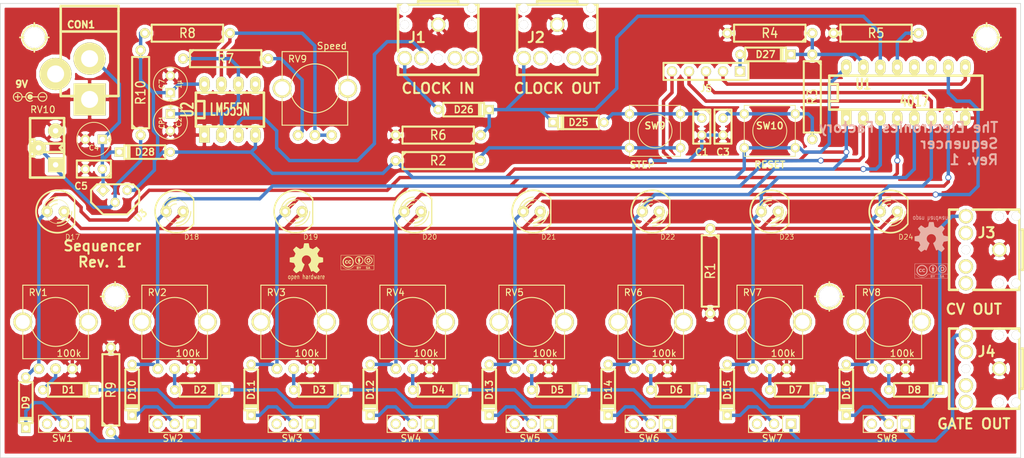
<source format=kicad_pcb>
(kicad_pcb (version 3) (host pcbnew "(2013-07-07 BZR 4022)-stable")
  (layers (15 F.Cu signal) (0 B.Cu signal) (18 B.Paste user) (19 F.Paste user) (20 B.SilkS user) (21 F.SilkS user) (22 B.Mask user) (23 F.Mask user) (28 Edge.Cuts user))
  (net 0 "")
  (net 1 GND)
  (net 2 N-000001)
  (net 3 N-0000010)
  (net 4 N-0000011)
  (net 5 N-0000013)
  (net 6 N-0000014)
  (net 7 N-0000015)
  (net 8 N-000002)
  (net 9 N-0000024)
  (net 10 N-0000025)
  (net 11 N-0000026)
  (net 12 N-0000028)
  (net 13 N-0000029)
  (net 14 N-000003)
  (net 15 N-0000036)
  (net 16 N-0000037)
  (net 17 N-0000038)
  (net 18 N-0000039)
  (net 19 N-000004)
  (net 20 N-0000041)
  (net 21 N-0000042)
  (net 22 N-0000043)
  (net 23 N-0000044)
  (net 24 N-0000045)
  (net 25 N-0000046)
  (net 26 N-0000047)
  (net 27 N-0000048)
  (net 28 N-0000049)
  (net 29 N-000005)
  (net 30 N-0000050)
  (net 31 N-0000051)
  (net 32 N-0000052)
  (net 33 N-0000053)
  (net 34 N-0000054)
  (net 35 N-0000055)
  (net 36 N-0000056)
  (net 37 N-0000057)
  (net 38 N-0000058)
  (net 39 N-0000059)
  (net 40 N-000006)
  (net 41 N-000007)
  (net 42 N-000008)
  (net 43 N-000009)
  (net 44 VCC)
  (module RV09 (layer F.Cu) (at 116.84 199.39)
    (fp_text reference RV1 (at -2.6 -4.4) (layer F.SilkS))
    (fp_text value 100k (at 2 4.7) (layer F.SilkS))
    (pad 1 thru_hole circle (at -2.5 7) (size 1.6 1.6) (drill 0.9) (layers *.Cu *.Mask F.SilkS) (net 3 N-0000010))
    (pad 2 thru_hole circle (at 0 7) (size 1.6 1.6) (drill 0.9) (layers *.Cu *.Mask F.SilkS) (net 22 N-0000043))
    (pad 3 thru_hole circle (at 2.5 7) (size 1.6 1.6) (drill 0.9) (layers *.Cu *.Mask F.SilkS) (net 1 GND))
    (pad "" np_thru_hole circle (at -4.9 0) (size 2.8 2.8) (drill 2.1) (layers *.Cu *.Mask F.SilkS))
    (pad "" np_thru_hole circle (at 4.9 0) (size 2.8 2.8) (drill 2.1) (layers *.Cu *.Mask F.SilkS))
  )
  (module RV09 (layer F.Cu) (at 134.62 199.39)
    (fp_text reference RV2 (at -2.6 -4.4) (layer F.SilkS))
    (fp_text value 100k (at 2 4.7) (layer F.SilkS))
    (pad 1 thru_hole circle (at -2.5 7) (size 1.6 1.6) (drill 0.9) (layers *.Cu *.Mask F.SilkS) (net 37 N-0000057))
    (pad 2 thru_hole circle (at 0 7) (size 1.6 1.6) (drill 0.9) (layers *.Cu *.Mask F.SilkS) (net 21 N-0000042))
    (pad 3 thru_hole circle (at 2.5 7) (size 1.6 1.6) (drill 0.9) (layers *.Cu *.Mask F.SilkS) (net 1 GND))
    (pad "" np_thru_hole circle (at -4.9 0) (size 2.8 2.8) (drill 2.1) (layers *.Cu *.Mask F.SilkS))
    (pad "" np_thru_hole circle (at 4.9 0) (size 2.8 2.8) (drill 2.1) (layers *.Cu *.Mask F.SilkS))
  )
  (module RV09 (layer F.Cu) (at 152.4 199.39)
    (fp_text reference RV3 (at -2.6 -4.4) (layer F.SilkS))
    (fp_text value 100k (at 2 4.7) (layer F.SilkS))
    (pad 1 thru_hole circle (at -2.5 7) (size 1.6 1.6) (drill 0.9) (layers *.Cu *.Mask F.SilkS) (net 36 N-0000056))
    (pad 2 thru_hole circle (at 0 7) (size 1.6 1.6) (drill 0.9) (layers *.Cu *.Mask F.SilkS) (net 20 N-0000041))
    (pad 3 thru_hole circle (at 2.5 7) (size 1.6 1.6) (drill 0.9) (layers *.Cu *.Mask F.SilkS) (net 1 GND))
    (pad "" np_thru_hole circle (at -4.9 0) (size 2.8 2.8) (drill 2.1) (layers *.Cu *.Mask F.SilkS))
    (pad "" np_thru_hole circle (at 4.9 0) (size 2.8 2.8) (drill 2.1) (layers *.Cu *.Mask F.SilkS))
  )
  (module RV09 (layer F.Cu) (at 170.18 199.39)
    (fp_text reference RV4 (at -2.6 -4.4) (layer F.SilkS))
    (fp_text value 100k (at 2 4.7) (layer F.SilkS))
    (pad 1 thru_hole circle (at -2.5 7) (size 1.6 1.6) (drill 0.9) (layers *.Cu *.Mask F.SilkS) (net 39 N-0000059))
    (pad 2 thru_hole circle (at 0 7) (size 1.6 1.6) (drill 0.9) (layers *.Cu *.Mask F.SilkS) (net 18 N-0000039))
    (pad 3 thru_hole circle (at 2.5 7) (size 1.6 1.6) (drill 0.9) (layers *.Cu *.Mask F.SilkS) (net 1 GND))
    (pad "" np_thru_hole circle (at -4.9 0) (size 2.8 2.8) (drill 2.1) (layers *.Cu *.Mask F.SilkS))
    (pad "" np_thru_hole circle (at 4.9 0) (size 2.8 2.8) (drill 2.1) (layers *.Cu *.Mask F.SilkS))
  )
  (module RV09 (layer F.Cu) (at 187.96 199.39)
    (fp_text reference RV5 (at -2.6 -4.4) (layer F.SilkS))
    (fp_text value 100k (at 2 4.7) (layer F.SilkS))
    (pad 1 thru_hole circle (at -2.5 7) (size 1.6 1.6) (drill 0.9) (layers *.Cu *.Mask F.SilkS) (net 24 N-0000045))
    (pad 2 thru_hole circle (at 0 7) (size 1.6 1.6) (drill 0.9) (layers *.Cu *.Mask F.SilkS) (net 23 N-0000044))
    (pad 3 thru_hole circle (at 2.5 7) (size 1.6 1.6) (drill 0.9) (layers *.Cu *.Mask F.SilkS) (net 1 GND))
    (pad "" np_thru_hole circle (at -4.9 0) (size 2.8 2.8) (drill 2.1) (layers *.Cu *.Mask F.SilkS))
    (pad "" np_thru_hole circle (at 4.9 0) (size 2.8 2.8) (drill 2.1) (layers *.Cu *.Mask F.SilkS))
  )
  (module RV09 (layer F.Cu) (at 205.74 199.39)
    (fp_text reference RV6 (at -2.6 -4.4) (layer F.SilkS))
    (fp_text value 100k (at 2 4.7) (layer F.SilkS))
    (pad 1 thru_hole circle (at -2.5 7) (size 1.6 1.6) (drill 0.9) (layers *.Cu *.Mask F.SilkS) (net 35 N-0000055))
    (pad 2 thru_hole circle (at 0 7) (size 1.6 1.6) (drill 0.9) (layers *.Cu *.Mask F.SilkS) (net 15 N-0000036))
    (pad 3 thru_hole circle (at 2.5 7) (size 1.6 1.6) (drill 0.9) (layers *.Cu *.Mask F.SilkS) (net 1 GND))
    (pad "" np_thru_hole circle (at -4.9 0) (size 2.8 2.8) (drill 2.1) (layers *.Cu *.Mask F.SilkS))
    (pad "" np_thru_hole circle (at 4.9 0) (size 2.8 2.8) (drill 2.1) (layers *.Cu *.Mask F.SilkS))
  )
  (module RV09 (layer F.Cu) (at 223.52 199.39)
    (fp_text reference RV7 (at -2.6 -4.4) (layer F.SilkS))
    (fp_text value 100k (at 2 4.7) (layer F.SilkS))
    (pad 1 thru_hole circle (at -2.5 7) (size 1.6 1.6) (drill 0.9) (layers *.Cu *.Mask F.SilkS) (net 34 N-0000054))
    (pad 2 thru_hole circle (at 0 7) (size 1.6 1.6) (drill 0.9) (layers *.Cu *.Mask F.SilkS) (net 16 N-0000037))
    (pad 3 thru_hole circle (at 2.5 7) (size 1.6 1.6) (drill 0.9) (layers *.Cu *.Mask F.SilkS) (net 1 GND))
    (pad "" np_thru_hole circle (at -4.9 0) (size 2.8 2.8) (drill 2.1) (layers *.Cu *.Mask F.SilkS))
    (pad "" np_thru_hole circle (at 4.9 0) (size 2.8 2.8) (drill 2.1) (layers *.Cu *.Mask F.SilkS))
  )
  (module RV09 (layer F.Cu) (at 241.3 199.39)
    (fp_text reference RV8 (at -2.6 -4.4) (layer F.SilkS))
    (fp_text value 100k (at 2 4.7) (layer F.SilkS))
    (pad 1 thru_hole circle (at -2.5 7) (size 1.6 1.6) (drill 0.9) (layers *.Cu *.Mask F.SilkS) (net 38 N-0000058))
    (pad 2 thru_hole circle (at 0 7) (size 1.6 1.6) (drill 0.9) (layers *.Cu *.Mask F.SilkS) (net 17 N-0000038))
    (pad 3 thru_hole circle (at 2.5 7) (size 1.6 1.6) (drill 0.9) (layers *.Cu *.Mask F.SilkS) (net 1 GND))
    (pad "" np_thru_hole circle (at -4.9 0) (size 2.8 2.8) (drill 2.1) (layers *.Cu *.Mask F.SilkS))
    (pad "" np_thru_hole circle (at 4.9 0) (size 2.8 2.8) (drill 2.1) (layers *.Cu *.Mask F.SilkS))
  )
  (module R5 (layer F.Cu) (at 214.63 191.77 270)
    (fp_text reference R1 (at 0 0 270) (layer F.SilkS) (effects (font (size 1.397 1.27) (thickness 0.2032))))
    (fp_text value 220 hide)
    (pad 1 thru_hole circle (at -6.35 0 270) (size 1.524 1.524) (drill 0.8128) (layers *.Cu *.Mask F.SilkS) (net 14 N-000003))
    (pad 2 thru_hole circle (at 6.35 0 270) (size 1.524 1.524) (drill 0.8128) (layers *.Cu *.Mask F.SilkS) (net 1 GND))
  )
  (module PIN_ARRAY_3X1 (layer F.Cu) (at 118.11 214.63 180)
    (fp_text reference SW1 (at 0.254 -2.159 180) (layer F.SilkS) (effects (font (size 1.016 1.016) (thickness 0.1524))))
    (fp_text value SPST hide)
    (pad 1 thru_hole rect (at -2.54 0 180) (size 1.524 1.524) (drill 1.016) (layers *.Cu *.Mask F.SilkS) (net 43 N-000009))
    (pad 2 thru_hole circle (at 0 0 180) (size 1.524 1.524) (drill 1.016) (layers *.Cu *.Mask F.SilkS) (net 33 N-0000053))
    (pad 3 thru_hole circle (at 2.54 0 180) (size 1.524 1.524) (drill 1.016) (layers *.Cu *.Mask F.SilkS))
  )
  (module PIN_ARRAY_3X1 (layer F.Cu) (at 241.3 214.63 180)
    (fp_text reference SW8 (at 0.254 -2.159 180) (layer F.SilkS) (effects (font (size 1.016 1.016) (thickness 0.1524))))
    (fp_text value SPST hide)
    (pad 1 thru_hole rect (at -2.54 0 180) (size 1.524 1.524) (drill 1.016) (layers *.Cu *.Mask F.SilkS) (net 43 N-000009))
    (pad 2 thru_hole circle (at 0 0 180) (size 1.524 1.524) (drill 1.016) (layers *.Cu *.Mask F.SilkS) (net 25 N-0000046))
    (pad 3 thru_hole circle (at 2.54 0 180) (size 1.524 1.524) (drill 1.016) (layers *.Cu *.Mask F.SilkS))
  )
  (module PIN_ARRAY_3X1 (layer F.Cu) (at 224.155 214.63 180)
    (fp_text reference SW7 (at 0.254 -2.159 180) (layer F.SilkS) (effects (font (size 1.016 1.016) (thickness 0.1524))))
    (fp_text value SPST hide)
    (pad 1 thru_hole rect (at -2.54 0 180) (size 1.524 1.524) (drill 1.016) (layers *.Cu *.Mask F.SilkS) (net 43 N-000009))
    (pad 2 thru_hole circle (at 0 0 180) (size 1.524 1.524) (drill 1.016) (layers *.Cu *.Mask F.SilkS) (net 26 N-0000047))
    (pad 3 thru_hole circle (at 2.54 0 180) (size 1.524 1.524) (drill 1.016) (layers *.Cu *.Mask F.SilkS))
  )
  (module PIN_ARRAY_3X1 (layer F.Cu) (at 205.74 214.63 180)
    (fp_text reference SW6 (at 0.254 -2.159 180) (layer F.SilkS) (effects (font (size 1.016 1.016) (thickness 0.1524))))
    (fp_text value SPST hide)
    (pad 1 thru_hole rect (at -2.54 0 180) (size 1.524 1.524) (drill 1.016) (layers *.Cu *.Mask F.SilkS) (net 43 N-000009))
    (pad 2 thru_hole circle (at 0 0 180) (size 1.524 1.524) (drill 1.016) (layers *.Cu *.Mask F.SilkS) (net 27 N-0000048))
    (pad 3 thru_hole circle (at 2.54 0 180) (size 1.524 1.524) (drill 1.016) (layers *.Cu *.Mask F.SilkS))
  )
  (module PIN_ARRAY_3X1 (layer F.Cu) (at 187.96 214.63 180)
    (fp_text reference SW5 (at 0.254 -2.159 180) (layer F.SilkS) (effects (font (size 1.016 1.016) (thickness 0.1524))))
    (fp_text value SPST hide)
    (pad 1 thru_hole rect (at -2.54 0 180) (size 1.524 1.524) (drill 1.016) (layers *.Cu *.Mask F.SilkS) (net 43 N-000009))
    (pad 2 thru_hole circle (at 0 0 180) (size 1.524 1.524) (drill 1.016) (layers *.Cu *.Mask F.SilkS) (net 28 N-0000049))
    (pad 3 thru_hole circle (at 2.54 0 180) (size 1.524 1.524) (drill 1.016) (layers *.Cu *.Mask F.SilkS))
  )
  (module PIN_ARRAY_3X1 (layer F.Cu) (at 170.18 214.63 180)
    (fp_text reference SW4 (at 0.254 -2.159 180) (layer F.SilkS) (effects (font (size 1.016 1.016) (thickness 0.1524))))
    (fp_text value SPST hide)
    (pad 1 thru_hole rect (at -2.54 0 180) (size 1.524 1.524) (drill 1.016) (layers *.Cu *.Mask F.SilkS) (net 43 N-000009))
    (pad 2 thru_hole circle (at 0 0 180) (size 1.524 1.524) (drill 1.016) (layers *.Cu *.Mask F.SilkS) (net 30 N-0000050))
    (pad 3 thru_hole circle (at 2.54 0 180) (size 1.524 1.524) (drill 1.016) (layers *.Cu *.Mask F.SilkS))
  )
  (module PIN_ARRAY_3X1 (layer F.Cu) (at 152.4 214.63 180)
    (fp_text reference SW3 (at 0.254 -2.159 180) (layer F.SilkS) (effects (font (size 1.016 1.016) (thickness 0.1524))))
    (fp_text value SPST hide)
    (pad 1 thru_hole rect (at -2.54 0 180) (size 1.524 1.524) (drill 1.016) (layers *.Cu *.Mask F.SilkS) (net 43 N-000009))
    (pad 2 thru_hole circle (at 0 0 180) (size 1.524 1.524) (drill 1.016) (layers *.Cu *.Mask F.SilkS) (net 31 N-0000051))
    (pad 3 thru_hole circle (at 2.54 0 180) (size 1.524 1.524) (drill 1.016) (layers *.Cu *.Mask F.SilkS))
  )
  (module PIN_ARRAY_3X1 (layer F.Cu) (at 134.62 214.63 180)
    (fp_text reference SW2 (at 0.254 -2.159 180) (layer F.SilkS) (effects (font (size 1.016 1.016) (thickness 0.1524))))
    (fp_text value SPST hide)
    (pad 1 thru_hole rect (at -2.54 0 180) (size 1.524 1.524) (drill 1.016) (layers *.Cu *.Mask F.SilkS) (net 43 N-000009))
    (pad 2 thru_hole circle (at 0 0 180) (size 1.524 1.524) (drill 1.016) (layers *.Cu *.Mask F.SilkS) (net 32 N-0000052))
    (pad 3 thru_hole circle (at 2.54 0 180) (size 1.524 1.524) (drill 1.016) (layers *.Cu *.Mask F.SilkS))
  )
  (module LED-5MM (layer F.Cu) (at 116.84 182.88)
    (fp_text reference D17 (at 2.54 3.81) (layer F.SilkS) (effects (font (size 0.762 0.762) (thickness 0.0889))))
    (fp_text value LED hide)
    (pad 1 thru_hole circle (at -1.27 0) (size 1.6764 1.6764) (drill 0.8128) (layers *.Cu *.Mask F.SilkS) (net 3 N-0000010))
    (pad 2 thru_hole circle (at 1.27 0) (size 1.6764 1.6764) (drill 0.8128) (layers *.Cu *.Mask F.SilkS) (net 14 N-000003))
  )
  (module LED-5MM (layer F.Cu) (at 170.18 182.88)
    (fp_text reference D20 (at 2.54 3.81) (layer F.SilkS) (effects (font (size 0.762 0.762) (thickness 0.0889))))
    (fp_text value LED hide)
    (pad 1 thru_hole circle (at -1.27 0) (size 1.6764 1.6764) (drill 0.8128) (layers *.Cu *.Mask F.SilkS) (net 39 N-0000059))
    (pad 2 thru_hole circle (at 1.27 0) (size 1.6764 1.6764) (drill 0.8128) (layers *.Cu *.Mask F.SilkS) (net 14 N-000003))
  )
  (module LED-5MM (layer F.Cu) (at 152.4 182.88)
    (fp_text reference D19 (at 2.54 3.81) (layer F.SilkS) (effects (font (size 0.762 0.762) (thickness 0.0889))))
    (fp_text value LED hide)
    (pad 1 thru_hole circle (at -1.27 0) (size 1.6764 1.6764) (drill 0.8128) (layers *.Cu *.Mask F.SilkS) (net 36 N-0000056))
    (pad 2 thru_hole circle (at 1.27 0) (size 1.6764 1.6764) (drill 0.8128) (layers *.Cu *.Mask F.SilkS) (net 14 N-000003))
  )
  (module LED-5MM (layer F.Cu) (at 134.62 182.88)
    (fp_text reference D18 (at 2.54 3.81) (layer F.SilkS) (effects (font (size 0.762 0.762) (thickness 0.0889))))
    (fp_text value LED hide)
    (pad 1 thru_hole circle (at -1.27 0) (size 1.6764 1.6764) (drill 0.8128) (layers *.Cu *.Mask F.SilkS) (net 37 N-0000057))
    (pad 2 thru_hole circle (at 1.27 0) (size 1.6764 1.6764) (drill 0.8128) (layers *.Cu *.Mask F.SilkS) (net 14 N-000003))
  )
  (module LED-5MM (layer F.Cu) (at 187.96 182.88)
    (fp_text reference D21 (at 2.54 3.81) (layer F.SilkS) (effects (font (size 0.762 0.762) (thickness 0.0889))))
    (fp_text value LED hide)
    (pad 1 thru_hole circle (at -1.27 0) (size 1.6764 1.6764) (drill 0.8128) (layers *.Cu *.Mask F.SilkS) (net 24 N-0000045))
    (pad 2 thru_hole circle (at 1.27 0) (size 1.6764 1.6764) (drill 0.8128) (layers *.Cu *.Mask F.SilkS) (net 14 N-000003))
  )
  (module LED-5MM (layer F.Cu) (at 205.74 182.88)
    (fp_text reference D22 (at 2.54 3.81) (layer F.SilkS) (effects (font (size 0.762 0.762) (thickness 0.0889))))
    (fp_text value LED hide)
    (pad 1 thru_hole circle (at -1.27 0) (size 1.6764 1.6764) (drill 0.8128) (layers *.Cu *.Mask F.SilkS) (net 35 N-0000055))
    (pad 2 thru_hole circle (at 1.27 0) (size 1.6764 1.6764) (drill 0.8128) (layers *.Cu *.Mask F.SilkS) (net 14 N-000003))
  )
  (module LED-5MM (layer F.Cu) (at 223.52 182.88)
    (fp_text reference D23 (at 2.54 3.81) (layer F.SilkS) (effects (font (size 0.762 0.762) (thickness 0.0889))))
    (fp_text value LED hide)
    (pad 1 thru_hole circle (at -1.27 0) (size 1.6764 1.6764) (drill 0.8128) (layers *.Cu *.Mask F.SilkS) (net 34 N-0000054))
    (pad 2 thru_hole circle (at 1.27 0) (size 1.6764 1.6764) (drill 0.8128) (layers *.Cu *.Mask F.SilkS) (net 14 N-000003))
  )
  (module LED-5MM (layer F.Cu) (at 241.3 182.88)
    (fp_text reference D24 (at 2.54 3.81) (layer F.SilkS) (effects (font (size 0.762 0.762) (thickness 0.0889))))
    (fp_text value LED hide)
    (pad 1 thru_hole circle (at -1.27 0) (size 1.6764 1.6764) (drill 0.8128) (layers *.Cu *.Mask F.SilkS) (net 38 N-0000058))
    (pad 2 thru_hole circle (at 1.27 0) (size 1.6764 1.6764) (drill 0.8128) (layers *.Cu *.Mask F.SilkS) (net 14 N-000003))
  )
  (module DIP-16__300_ELL (layer F.Cu) (at 243.84 165.1)
    (fp_text reference U1 (at -6.35 -1.27) (layer F.SilkS) (effects (font (size 1.524 1.143) (thickness 0.3048))))
    (fp_text value 4017 (at 1.27 1.27) (layer F.SilkS) (effects (font (size 1.524 1.143) (thickness 0.3048))))
    (pad 1 thru_hole rect (at -8.89 3.81) (size 1.5748 2.286) (drill 0.8128) (layers *.Cu *.Mask F.SilkS) (net 35 N-0000055))
    (pad 2 thru_hole oval (at -6.35 3.81) (size 1.5748 2.286) (drill 0.8128) (layers *.Cu *.Mask F.SilkS) (net 37 N-0000057))
    (pad 3 thru_hole oval (at -3.81 3.81) (size 1.5748 2.286) (drill 0.8128) (layers *.Cu *.Mask F.SilkS) (net 3 N-0000010))
    (pad 4 thru_hole oval (at -1.27 3.81) (size 1.5748 2.286) (drill 0.8128) (layers *.Cu *.Mask F.SilkS) (net 36 N-0000056))
    (pad 5 thru_hole oval (at 1.27 3.81) (size 1.5748 2.286) (drill 0.8128) (layers *.Cu *.Mask F.SilkS) (net 34 N-0000054))
    (pad 6 thru_hole oval (at 3.81 3.81) (size 1.5748 2.286) (drill 0.8128) (layers *.Cu *.Mask F.SilkS) (net 38 N-0000058))
    (pad 7 thru_hole oval (at 6.35 3.81) (size 1.5748 2.286) (drill 0.8128) (layers *.Cu *.Mask F.SilkS) (net 39 N-0000059))
    (pad 8 thru_hole oval (at 8.89 3.81) (size 1.5748 2.286) (drill 0.8128) (layers *.Cu *.Mask F.SilkS) (net 1 GND))
    (pad 9 thru_hole oval (at 8.89 -3.81) (size 1.5748 2.286) (drill 0.8128) (layers *.Cu *.Mask F.SilkS) (net 6 N-0000014))
    (pad 10 thru_hole oval (at 6.35 -3.81) (size 1.5748 2.286) (drill 0.8128) (layers *.Cu *.Mask F.SilkS) (net 24 N-0000045))
    (pad 11 thru_hole oval (at 3.81 -3.81) (size 1.5748 2.286) (drill 0.8128) (layers *.Cu *.Mask F.SilkS))
    (pad 12 thru_hole oval (at 1.27 -3.81) (size 1.5748 2.286) (drill 0.8128) (layers *.Cu *.Mask F.SilkS))
    (pad 13 thru_hole oval (at -1.27 -3.81) (size 1.5748 2.286) (drill 0.8128) (layers *.Cu *.Mask F.SilkS) (net 8 N-000002))
    (pad 14 thru_hole oval (at -3.81 -3.81) (size 1.5748 2.286) (drill 0.8128) (layers *.Cu *.Mask F.SilkS) (net 41 N-000007))
    (pad 15 thru_hole oval (at -6.35 -3.81) (size 1.5748 2.286) (drill 0.8128) (layers *.Cu *.Mask F.SilkS) (net 2 N-000001))
    (pad 16 thru_hole oval (at -8.89 -3.81) (size 1.5748 2.286) (drill 0.8128) (layers *.Cu *.Mask F.SilkS) (net 44 VCC))
  )
  (module D3 (layer F.Cu) (at 138.43 209.55)
    (fp_text reference D2 (at 0 0) (layer F.SilkS) (effects (font (size 1.016 1.016) (thickness 0.2032))))
    (fp_text value 1N4148 hide)
    (pad 2 thru_hole rect (at 3.81 0) (size 1.397 1.397) (drill 0.8128) (layers *.Cu *.Mask F.SilkS) (net 7 N-0000015))
    (pad 1 thru_hole circle (at -3.81 0) (size 1.397 1.397) (drill 0.8128) (layers *.Cu *.Mask F.SilkS) (net 21 N-0000042))
  )
  (module D3 (layer F.Cu) (at 156.21 209.55)
    (fp_text reference D3 (at 0 0) (layer F.SilkS) (effects (font (size 1.016 1.016) (thickness 0.2032))))
    (fp_text value 1N4148 hide)
    (pad 2 thru_hole rect (at 3.81 0) (size 1.397 1.397) (drill 0.8128) (layers *.Cu *.Mask F.SilkS) (net 7 N-0000015))
    (pad 1 thru_hole circle (at -3.81 0) (size 1.397 1.397) (drill 0.8128) (layers *.Cu *.Mask F.SilkS) (net 20 N-0000041))
  )
  (module D3 (layer F.Cu) (at 173.99 209.55)
    (fp_text reference D4 (at 0 0) (layer F.SilkS) (effects (font (size 1.016 1.016) (thickness 0.2032))))
    (fp_text value 1N4148 hide)
    (pad 2 thru_hole rect (at 3.81 0) (size 1.397 1.397) (drill 0.8128) (layers *.Cu *.Mask F.SilkS) (net 7 N-0000015))
    (pad 1 thru_hole circle (at -3.81 0) (size 1.397 1.397) (drill 0.8128) (layers *.Cu *.Mask F.SilkS) (net 18 N-0000039))
  )
  (module D3 (layer F.Cu) (at 191.77 209.55)
    (fp_text reference D5 (at 0 0) (layer F.SilkS) (effects (font (size 1.016 1.016) (thickness 0.2032))))
    (fp_text value 1N4148 hide)
    (pad 2 thru_hole rect (at 3.81 0) (size 1.397 1.397) (drill 0.8128) (layers *.Cu *.Mask F.SilkS) (net 7 N-0000015))
    (pad 1 thru_hole circle (at -3.81 0) (size 1.397 1.397) (drill 0.8128) (layers *.Cu *.Mask F.SilkS) (net 23 N-0000044))
  )
  (module D3 (layer F.Cu) (at 209.55 209.55)
    (fp_text reference D6 (at 0 0) (layer F.SilkS) (effects (font (size 1.016 1.016) (thickness 0.2032))))
    (fp_text value 1N4148 hide)
    (pad 2 thru_hole rect (at 3.81 0) (size 1.397 1.397) (drill 0.8128) (layers *.Cu *.Mask F.SilkS) (net 7 N-0000015))
    (pad 1 thru_hole circle (at -3.81 0) (size 1.397 1.397) (drill 0.8128) (layers *.Cu *.Mask F.SilkS) (net 15 N-0000036))
  )
  (module D3 (layer F.Cu) (at 227.33 209.55)
    (fp_text reference D7 (at 0 0) (layer F.SilkS) (effects (font (size 1.016 1.016) (thickness 0.2032))))
    (fp_text value 1N4148 hide)
    (pad 2 thru_hole rect (at 3.81 0) (size 1.397 1.397) (drill 0.8128) (layers *.Cu *.Mask F.SilkS) (net 7 N-0000015))
    (pad 1 thru_hole circle (at -3.81 0) (size 1.397 1.397) (drill 0.8128) (layers *.Cu *.Mask F.SilkS) (net 16 N-0000037))
  )
  (module D3 (layer F.Cu) (at 245.11 209.55)
    (fp_text reference D8 (at 0 0) (layer F.SilkS) (effects (font (size 1.016 1.016) (thickness 0.2032))))
    (fp_text value 1N4148 hide)
    (pad 2 thru_hole rect (at 3.81 0) (size 1.397 1.397) (drill 0.8128) (layers *.Cu *.Mask F.SilkS) (net 7 N-0000015))
    (pad 1 thru_hole circle (at -3.81 0) (size 1.397 1.397) (drill 0.8128) (layers *.Cu *.Mask F.SilkS) (net 17 N-0000038))
  )
  (module D3 (layer F.Cu) (at 118.745 209.55)
    (fp_text reference D1 (at 0 0) (layer F.SilkS) (effects (font (size 1.016 1.016) (thickness 0.2032))))
    (fp_text value 1N4148 hide)
    (pad 2 thru_hole rect (at 3.81 0) (size 1.397 1.397) (drill 0.8128) (layers *.Cu *.Mask F.SilkS) (net 7 N-0000015))
    (pad 1 thru_hole circle (at -3.81 0) (size 1.397 1.397) (drill 0.8128) (layers *.Cu *.Mask F.SilkS) (net 22 N-0000043))
  )
  (module D3 (layer F.Cu) (at 234.95 209.55 270)
    (fp_text reference D16 (at 0 0 270) (layer F.SilkS) (effects (font (size 1.016 1.016) (thickness 0.2032))))
    (fp_text value 1N4148 hide)
    (pad 2 thru_hole rect (at 3.81 0 270) (size 1.397 1.397) (drill 0.8128) (layers *.Cu *.Mask F.SilkS) (net 25 N-0000046))
    (pad 1 thru_hole circle (at -3.81 0 270) (size 1.397 1.397) (drill 0.8128) (layers *.Cu *.Mask F.SilkS) (net 38 N-0000058))
  )
  (module D3 (layer F.Cu) (at 217.17 209.55 270)
    (fp_text reference D15 (at 0 0 270) (layer F.SilkS) (effects (font (size 1.016 1.016) (thickness 0.2032))))
    (fp_text value 1N4148 hide)
    (pad 2 thru_hole rect (at 3.81 0 270) (size 1.397 1.397) (drill 0.8128) (layers *.Cu *.Mask F.SilkS) (net 26 N-0000047))
    (pad 1 thru_hole circle (at -3.81 0 270) (size 1.397 1.397) (drill 0.8128) (layers *.Cu *.Mask F.SilkS) (net 34 N-0000054))
  )
  (module D3 (layer F.Cu) (at 199.39 209.55 270)
    (fp_text reference D14 (at 0 0 270) (layer F.SilkS) (effects (font (size 1.016 1.016) (thickness 0.2032))))
    (fp_text value 1N4148 hide)
    (pad 2 thru_hole rect (at 3.81 0 270) (size 1.397 1.397) (drill 0.8128) (layers *.Cu *.Mask F.SilkS) (net 27 N-0000048))
    (pad 1 thru_hole circle (at -3.81 0 270) (size 1.397 1.397) (drill 0.8128) (layers *.Cu *.Mask F.SilkS) (net 35 N-0000055))
  )
  (module D3 (layer F.Cu) (at 181.61 209.55 270)
    (fp_text reference D13 (at 0 0 270) (layer F.SilkS) (effects (font (size 1.016 1.016) (thickness 0.2032))))
    (fp_text value 1N4148 hide)
    (pad 2 thru_hole rect (at 3.81 0 270) (size 1.397 1.397) (drill 0.8128) (layers *.Cu *.Mask F.SilkS) (net 28 N-0000049))
    (pad 1 thru_hole circle (at -3.81 0 270) (size 1.397 1.397) (drill 0.8128) (layers *.Cu *.Mask F.SilkS) (net 24 N-0000045))
  )
  (module D3 (layer F.Cu) (at 163.83 209.55 270)
    (fp_text reference D12 (at 0 0 270) (layer F.SilkS) (effects (font (size 1.016 1.016) (thickness 0.2032))))
    (fp_text value 1N4148 hide)
    (pad 2 thru_hole rect (at 3.81 0 270) (size 1.397 1.397) (drill 0.8128) (layers *.Cu *.Mask F.SilkS) (net 30 N-0000050))
    (pad 1 thru_hole circle (at -3.81 0 270) (size 1.397 1.397) (drill 0.8128) (layers *.Cu *.Mask F.SilkS) (net 39 N-0000059))
  )
  (module D3 (layer F.Cu) (at 146.05 209.55 270)
    (fp_text reference D11 (at 0 0 270) (layer F.SilkS) (effects (font (size 1.016 1.016) (thickness 0.2032))))
    (fp_text value 1N4148 hide)
    (pad 2 thru_hole rect (at 3.81 0 270) (size 1.397 1.397) (drill 0.8128) (layers *.Cu *.Mask F.SilkS) (net 31 N-0000051))
    (pad 1 thru_hole circle (at -3.81 0 270) (size 1.397 1.397) (drill 0.8128) (layers *.Cu *.Mask F.SilkS) (net 36 N-0000056))
  )
  (module D3 (layer F.Cu) (at 128.27 209.55 270)
    (fp_text reference D10 (at 0 0 270) (layer F.SilkS) (effects (font (size 1.016 1.016) (thickness 0.2032))))
    (fp_text value 1N4148 hide)
    (pad 2 thru_hole rect (at 3.81 0 270) (size 1.397 1.397) (drill 0.8128) (layers *.Cu *.Mask F.SilkS) (net 32 N-0000052))
    (pad 1 thru_hole circle (at -3.81 0 270) (size 1.397 1.397) (drill 0.8128) (layers *.Cu *.Mask F.SilkS) (net 37 N-0000057))
  )
  (module D3 (layer F.Cu) (at 112.395 211.455 270)
    (fp_text reference D9 (at 0 0 270) (layer F.SilkS) (effects (font (size 1.016 1.016) (thickness 0.2032))))
    (fp_text value 1N4148 hide)
    (pad 2 thru_hole rect (at 3.81 0 270) (size 1.397 1.397) (drill 0.8128) (layers *.Cu *.Mask F.SilkS) (net 33 N-0000053))
    (pad 1 thru_hole circle (at -3.81 0 270) (size 1.397 1.397) (drill 0.8128) (layers *.Cu *.Mask F.SilkS) (net 3 N-0000010))
  )
  (module SW_PUSH_SMALL (layer F.Cu) (at 206.375 170.815)
    (fp_text reference SW9 (at 0 -0.762) (layer F.SilkS) (effects (font (size 1.016 1.016) (thickness 0.2032))))
    (fp_text value STEP (at -1.905 5.08) (layer F.SilkS) (effects (font (size 1.016 1.016) (thickness 0.2032))))
    (pad 1 thru_hole circle (at 3.81 -2.54) (size 1.397 1.397) (drill 0.8128) (layers *.Cu *.Mask F.SilkS) (net 40 N-000006))
    (pad 2 thru_hole circle (at 3.81 2.54) (size 1.397 1.397) (drill 0.8128) (layers *.Cu *.Mask F.SilkS) (net 42 N-000008))
    (pad 1 thru_hole circle (at -3.81 -2.54) (size 1.397 1.397) (drill 0.8128) (layers *.Cu *.Mask F.SilkS) (net 40 N-000006))
    (pad 2 thru_hole circle (at -3.81 2.54) (size 1.397 1.397) (drill 0.8128) (layers *.Cu *.Mask F.SilkS) (net 42 N-000008))
  )
  (module SW_PUSH_SMALL (layer F.Cu) (at 223.52 170.815)
    (fp_text reference SW10 (at 0 -0.762) (layer F.SilkS) (effects (font (size 1.016 1.016) (thickness 0.2032))))
    (fp_text value RESET (at 0 5.08) (layer F.SilkS) (effects (font (size 1.016 1.016) (thickness 0.2032))))
    (pad 1 thru_hole circle (at 3.81 -2.54) (size 1.397 1.397) (drill 0.8128) (layers *.Cu *.Mask F.SilkS) (net 12 N-0000028))
    (pad 2 thru_hole circle (at 3.81 2.54) (size 1.397 1.397) (drill 0.8128) (layers *.Cu *.Mask F.SilkS) (net 44 VCC))
    (pad 1 thru_hole circle (at -3.81 -2.54) (size 1.397 1.397) (drill 0.8128) (layers *.Cu *.Mask F.SilkS) (net 12 N-0000028))
    (pad 2 thru_hole circle (at -3.81 2.54) (size 1.397 1.397) (drill 0.8128) (layers *.Cu *.Mask F.SilkS) (net 44 VCC))
  )
  (module RV09 (layer F.Cu) (at 155.575 164.465)
    (fp_text reference RV9 (at -2.6 -4.4) (layer F.SilkS))
    (fp_text value Speed (at 2.54 -6.35) (layer F.SilkS))
    (pad 1 thru_hole circle (at -2.5 7) (size 1.6 1.6) (drill 0.9) (layers *.Cu *.Mask F.SilkS) (net 10 N-0000025))
    (pad 2 thru_hole circle (at 0 7) (size 1.6 1.6) (drill 0.9) (layers *.Cu *.Mask F.SilkS) (net 11 N-0000026))
    (pad 3 thru_hole circle (at 2.5 7) (size 1.6 1.6) (drill 0.9) (layers *.Cu *.Mask F.SilkS) (net 11 N-0000026))
    (pad "" np_thru_hole circle (at -4.9 0) (size 2.8 2.8) (drill 2.1) (layers *.Cu *.Mask F.SilkS))
    (pad "" np_thru_hole circle (at 4.9 0) (size 2.8 2.8) (drill 2.1) (layers *.Cu *.Mask F.SilkS))
  )
  (module R5 (layer F.Cu) (at 223.52 156.21 180)
    (fp_text reference R4 (at 0 0 180) (layer F.SilkS) (effects (font (size 1.397 1.27) (thickness 0.2032))))
    (fp_text value 47k hide)
    (pad 1 thru_hole circle (at -6.35 0 180) (size 1.524 1.524) (drill 0.8128) (layers *.Cu *.Mask F.SilkS) (net 2 N-000001))
    (pad 2 thru_hole circle (at 6.35 0 180) (size 1.524 1.524) (drill 0.8128) (layers *.Cu *.Mask F.SilkS) (net 1 GND))
  )
  (module R5 (layer F.Cu) (at 229.87 165.735 270)
    (fp_text reference R3 (at 0 0 270) (layer F.SilkS) (effects (font (size 1.397 1.27) (thickness 0.2032))))
    (fp_text value 10k hide)
    (pad 1 thru_hole circle (at -6.35 0 270) (size 1.524 1.524) (drill 0.8128) (layers *.Cu *.Mask F.SilkS) (net 2 N-000001))
    (pad 2 thru_hole circle (at 6.35 0 270) (size 1.524 1.524) (drill 0.8128) (layers *.Cu *.Mask F.SilkS) (net 12 N-0000028))
  )
  (module R5 (layer F.Cu) (at 239.395 156.21 180)
    (fp_text reference R5 (at 0 0 180) (layer F.SilkS) (effects (font (size 1.397 1.27) (thickness 0.2032))))
    (fp_text value 47k hide)
    (pad 1 thru_hole circle (at -6.35 0 180) (size 1.524 1.524) (drill 0.8128) (layers *.Cu *.Mask F.SilkS) (net 8 N-000002))
    (pad 2 thru_hole circle (at 6.35 0 180) (size 1.524 1.524) (drill 0.8128) (layers *.Cu *.Mask F.SilkS) (net 1 GND))
  )
  (module R5 (layer F.Cu) (at 173.99 171.45 180)
    (fp_text reference R6 (at 0 0 180) (layer F.SilkS) (effects (font (size 1.397 1.27) (thickness 0.2032))))
    (fp_text value 47k hide)
    (pad 1 thru_hole circle (at -6.35 0 180) (size 1.524 1.524) (drill 0.8128) (layers *.Cu *.Mask F.SilkS) (net 41 N-000007))
    (pad 2 thru_hole circle (at 6.35 0 180) (size 1.524 1.524) (drill 0.8128) (layers *.Cu *.Mask F.SilkS) (net 1 GND))
  )
  (module R5 (layer F.Cu) (at 173.99 175.26)
    (fp_text reference R2 (at 0 0) (layer F.SilkS) (effects (font (size 1.397 1.27) (thickness 0.2032))))
    (fp_text value 10k hide)
    (pad 1 thru_hole circle (at -6.35 0) (size 1.524 1.524) (drill 0.8128) (layers *.Cu *.Mask F.SilkS) (net 44 VCC))
    (pad 2 thru_hole circle (at 6.35 0) (size 1.524 1.524) (drill 0.8128) (layers *.Cu *.Mask F.SilkS) (net 42 N-000008))
  )
  (module R5 (layer F.Cu) (at 136.525 156.21 180)
    (fp_text reference R8 (at 0 0 180) (layer F.SilkS) (effects (font (size 1.397 1.27) (thickness 0.2032))))
    (fp_text value 1k hide)
    (pad 1 thru_hole circle (at -6.35 0 180) (size 1.524 1.524) (drill 0.8128) (layers *.Cu *.Mask F.SilkS) (net 11 N-0000026))
    (pad 2 thru_hole circle (at 6.35 0 180) (size 1.524 1.524) (drill 0.8128) (layers *.Cu *.Mask F.SilkS) (net 44 VCC))
  )
  (module R5 (layer F.Cu) (at 142.24 160.02)
    (fp_text reference R7 (at 0 0) (layer F.SilkS) (effects (font (size 1.397 1.27) (thickness 0.2032))))
    (fp_text value 1k hide)
    (pad 1 thru_hole circle (at -6.35 0) (size 1.524 1.524) (drill 0.8128) (layers *.Cu *.Mask F.SilkS) (net 9 N-0000024))
    (pad 2 thru_hole circle (at 6.35 0) (size 1.524 1.524) (drill 0.8128) (layers *.Cu *.Mask F.SilkS) (net 10 N-0000025))
  )
  (module DIP-8__300_ELL (layer F.Cu) (at 142.875 167.64)
    (fp_text reference U2 (at -6.35 0 90) (layer F.SilkS) (effects (font (size 1.778 1.143) (thickness 0.3048))))
    (fp_text value LM555N (at 0 0) (layer F.SilkS) (effects (font (size 1.778 1.016) (thickness 0.3048))))
    (pad 1 thru_hole rect (at -3.81 3.81) (size 1.5748 2.286) (drill 0.8128) (layers *.Cu *.Mask F.SilkS) (net 1 GND))
    (pad 2 thru_hole oval (at -1.27 3.81) (size 1.5748 2.286) (drill 0.8128) (layers *.Cu *.Mask F.SilkS) (net 9 N-0000024))
    (pad 3 thru_hole oval (at 1.27 3.81) (size 1.5748 2.286) (drill 0.8128) (layers *.Cu *.Mask F.SilkS) (net 19 N-000004))
    (pad 4 thru_hole oval (at 3.81 3.81) (size 1.5748 2.286) (drill 0.8128) (layers *.Cu *.Mask F.SilkS) (net 44 VCC))
    (pad 5 thru_hole oval (at 3.81 -3.81) (size 1.5748 2.286) (drill 0.8128) (layers *.Cu *.Mask F.SilkS))
    (pad 6 thru_hole oval (at 1.27 -3.81) (size 1.5748 2.286) (drill 0.8128) (layers *.Cu *.Mask F.SilkS) (net 9 N-0000024))
    (pad 7 thru_hole oval (at -1.27 -3.81) (size 1.5748 2.286) (drill 0.8128) (layers *.Cu *.Mask F.SilkS) (net 11 N-0000026))
    (pad 8 thru_hole oval (at -3.81 -3.81) (size 1.5748 2.286) (drill 0.8128) (layers *.Cu *.Mask F.SilkS) (net 44 VCC))
  )
  (module D3 (layer F.Cu) (at 222.885 159.385)
    (fp_text reference D27 (at 0 0) (layer F.SilkS) (effects (font (size 1.016 1.016) (thickness 0.2032))))
    (fp_text value 1N4148 hide)
    (pad 2 thru_hole rect (at 3.81 0) (size 1.397 1.397) (drill 0.8128) (layers *.Cu *.Mask F.SilkS) (net 2 N-000001))
    (pad 1 thru_hole circle (at -3.81 0) (size 1.397 1.397) (drill 0.8128) (layers *.Cu *.Mask F.SilkS) (net 5 N-0000013))
  )
  (module D3 (layer F.Cu) (at 194.945 169.545 180)
    (fp_text reference D25 (at 0 0 180) (layer F.SilkS) (effects (font (size 1.016 1.016) (thickness 0.2032))))
    (fp_text value 1N4148 hide)
    (pad 2 thru_hole rect (at 3.81 0 180) (size 1.397 1.397) (drill 0.8128) (layers *.Cu *.Mask F.SilkS) (net 41 N-000007))
    (pad 1 thru_hole circle (at -3.81 0 180) (size 1.397 1.397) (drill 0.8128) (layers *.Cu *.Mask F.SilkS) (net 40 N-000006))
  )
  (module D3 (layer F.Cu) (at 177.8 167.64)
    (fp_text reference D26 (at 0 0) (layer F.SilkS) (effects (font (size 1.016 1.016) (thickness 0.2032))))
    (fp_text value 1N4148 hide)
    (pad 2 thru_hole rect (at 3.81 0) (size 1.397 1.397) (drill 0.8128) (layers *.Cu *.Mask F.SilkS) (net 41 N-000007))
    (pad 1 thru_hole circle (at -3.81 0) (size 1.397 1.397) (drill 0.8128) (layers *.Cu *.Mask F.SilkS) (net 29 N-000005))
  )
  (module C1V5 (layer F.Cu) (at 133.985 169.545 270)
    (fp_text reference C2 (at 0 -1.26746 270) (layer F.SilkS) (effects (font (size 0.762 0.762) (thickness 0.127))))
    (fp_text value CP1 (at 0 1.27 270) (layer F.SilkS) (effects (font (size 0.762 0.635) (thickness 0.127))))
    (fp_text user + (at -2.286 0 270) (layer F.SilkS) (effects (font (size 0.762 0.762) (thickness 0.2032))))
    (pad 1 thru_hole rect (at -1.27 0 270) (size 1.397 1.397) (drill 0.8128) (layers *.Cu *.Mask F.SilkS) (net 9 N-0000024))
    (pad 2 thru_hole circle (at 1.27 0 270) (size 1.397 1.397) (drill 0.8128) (layers *.Cu *.Mask F.SilkS) (net 1 GND))
  )
  (module C1 (layer F.Cu) (at 213.36 170.18 270)
    (fp_text reference C1 (at 3.81 0 360) (layer F.SilkS) (effects (font (size 1.016 1.016) (thickness 0.2032))))
    (fp_text value C hide)
    (pad 1 thru_hole circle (at -1.27 0 270) (size 1.397 1.397) (drill 0.8128) (layers *.Cu *.Mask F.SilkS) (net 40 N-000006))
    (pad 2 thru_hole circle (at 1.27 0 270) (size 1.397 1.397) (drill 0.8128) (layers *.Cu *.Mask F.SilkS) (net 1 GND))
  )
  (module AudioJack3.5mm (layer F.Cu) (at 257.81 206.375 180)
    (fp_text reference J4 (at 1.905 2.54 180) (layer F.SilkS) (effects (font (size 1.524 1.524) (thickness 0.3048))))
    (fp_text value "GATE OUT" (at 3.81 -8.255 180) (layer F.SilkS) (effects (font (size 1.524 1.524) (thickness 0.3048))))
    (pad 1 thru_hole circle (at 0 0 180) (size 2.159 2.159) (drill 1.524) (layers *.Cu *.Mask F.SilkS) (net 1 GND))
    (pad 3 thru_hole circle (at 5.00126 -5.00126 180) (size 2.159 2.159) (drill 1.524) (layers *.Cu *.Mask F.SilkS))
    (pad 5 thru_hole circle (at 5.00126 -2.49936 180) (size 2.159 2.159) (drill 1.524) (layers *.Cu *.Mask F.SilkS))
    (pad 4 thru_hole circle (at 5.00126 2.49936 180) (size 2.159 2.159) (drill 1.524) (layers *.Cu *.Mask F.SilkS))
    (pad 2 thru_hole circle (at 5.00126 5.00126 180) (size 2.159 2.159) (drill 1.524) (layers *.Cu *.Mask F.SilkS) (net 43 N-000009))
    (pad "" thru_hole circle (at 5.00126 0 180) (size 1.30048 1.30048) (drill 1.30048) (layers *.Cu *.Mask F.SilkS))
    (pad "" thru_hole circle (at -2.49936 -5.00126 180) (size 1.30048 1.30048) (drill 1.30048) (layers *.Cu *.Mask F.SilkS))
    (pad "" thru_hole circle (at 0 -5.00126 180) (size 1.30048 1.30048) (drill 1.30048) (layers *.Cu *.Mask F.SilkS))
    (pad "" thru_hole circle (at -2.49936 5.00126 180) (size 1.30048 1.30048) (drill 1.30048) (layers *.Cu *.Mask F.SilkS))
    (pad "" thru_hole circle (at 0 5.00126 180) (size 1.30048 1.30048) (drill 1.30048) (layers *.Cu *.Mask F.SilkS))
  )
  (module AudioJack3.5mm (layer F.Cu) (at 173.99 154.94 270)
    (fp_text reference J1 (at 1.905 3.175 360) (layer F.SilkS) (effects (font (size 1.524 1.524) (thickness 0.3048))))
    (fp_text value "CLOCK IN" (at 9.525 0 360) (layer F.SilkS) (effects (font (size 1.524 1.524) (thickness 0.3048))))
    (pad 1 thru_hole circle (at 0 0 270) (size 2.159 2.159) (drill 1.524) (layers *.Cu *.Mask F.SilkS) (net 1 GND))
    (pad 3 thru_hole circle (at 5.00126 -5.00126 270) (size 2.159 2.159) (drill 1.524) (layers *.Cu *.Mask F.SilkS))
    (pad 5 thru_hole circle (at 5.00126 -2.49936 270) (size 2.159 2.159) (drill 1.524) (layers *.Cu *.Mask F.SilkS))
    (pad 4 thru_hole circle (at 5.00126 2.49936 270) (size 2.159 2.159) (drill 1.524) (layers *.Cu *.Mask F.SilkS) (net 19 N-000004))
    (pad 2 thru_hole circle (at 5.00126 5.00126 270) (size 2.159 2.159) (drill 1.524) (layers *.Cu *.Mask F.SilkS) (net 29 N-000005))
    (pad "" thru_hole circle (at 5.00126 0 270) (size 1.30048 1.30048) (drill 1.30048) (layers *.Cu *.Mask F.SilkS))
    (pad "" thru_hole circle (at -2.49936 -5.00126 270) (size 1.30048 1.30048) (drill 1.30048) (layers *.Cu *.Mask F.SilkS))
    (pad "" thru_hole circle (at 0 -5.00126 270) (size 1.30048 1.30048) (drill 1.30048) (layers *.Cu *.Mask F.SilkS))
    (pad "" thru_hole circle (at -2.49936 5.00126 270) (size 1.30048 1.30048) (drill 1.30048) (layers *.Cu *.Mask F.SilkS))
    (pad "" thru_hole circle (at 0 5.00126 270) (size 1.30048 1.30048) (drill 1.30048) (layers *.Cu *.Mask F.SilkS))
  )
  (module AudioJack3.5mm (layer F.Cu) (at 191.77 154.94 270)
    (fp_text reference J2 (at 1.905 3.175 360) (layer F.SilkS) (effects (font (size 1.524 1.524) (thickness 0.3048))))
    (fp_text value "CLOCK OUT" (at 9.525 0 360) (layer F.SilkS) (effects (font (size 1.524 1.524) (thickness 0.3048))))
    (pad 1 thru_hole circle (at 0 0 270) (size 2.159 2.159) (drill 1.524) (layers *.Cu *.Mask F.SilkS) (net 1 GND))
    (pad 3 thru_hole circle (at 5.00126 -5.00126 270) (size 2.159 2.159) (drill 1.524) (layers *.Cu *.Mask F.SilkS))
    (pad 5 thru_hole circle (at 5.00126 -2.49936 270) (size 2.159 2.159) (drill 1.524) (layers *.Cu *.Mask F.SilkS))
    (pad 4 thru_hole circle (at 5.00126 2.49936 270) (size 2.159 2.159) (drill 1.524) (layers *.Cu *.Mask F.SilkS))
    (pad 2 thru_hole circle (at 5.00126 5.00126 270) (size 2.159 2.159) (drill 1.524) (layers *.Cu *.Mask F.SilkS) (net 41 N-000007))
    (pad "" thru_hole circle (at 5.00126 0 270) (size 1.30048 1.30048) (drill 1.30048) (layers *.Cu *.Mask F.SilkS))
    (pad "" thru_hole circle (at -2.49936 -5.00126 270) (size 1.30048 1.30048) (drill 1.30048) (layers *.Cu *.Mask F.SilkS))
    (pad "" thru_hole circle (at 0 -5.00126 270) (size 1.30048 1.30048) (drill 1.30048) (layers *.Cu *.Mask F.SilkS))
    (pad "" thru_hole circle (at -2.49936 5.00126 270) (size 1.30048 1.30048) (drill 1.30048) (layers *.Cu *.Mask F.SilkS))
    (pad "" thru_hole circle (at 0 5.00126 270) (size 1.30048 1.30048) (drill 1.30048) (layers *.Cu *.Mask F.SilkS))
  )
  (module AudioJack3.5mm (layer F.Cu) (at 257.81 188.595 180)
    (fp_text reference J3 (at 1.905 2.54 180) (layer F.SilkS) (effects (font (size 1.524 1.524) (thickness 0.3048))))
    (fp_text value "CV OUT" (at 3.81 -8.89 180) (layer F.SilkS) (effects (font (size 1.524 1.524) (thickness 0.3048))))
    (pad 1 thru_hole circle (at 0 0 180) (size 2.159 2.159) (drill 1.524) (layers *.Cu *.Mask F.SilkS) (net 1 GND))
    (pad 3 thru_hole circle (at 5.00126 -5.00126 180) (size 2.159 2.159) (drill 1.524) (layers *.Cu *.Mask F.SilkS))
    (pad 5 thru_hole circle (at 5.00126 -2.49936 180) (size 2.159 2.159) (drill 1.524) (layers *.Cu *.Mask F.SilkS))
    (pad 4 thru_hole circle (at 5.00126 2.49936 180) (size 2.159 2.159) (drill 1.524) (layers *.Cu *.Mask F.SilkS))
    (pad 2 thru_hole circle (at 5.00126 5.00126 180) (size 2.159 2.159) (drill 1.524) (layers *.Cu *.Mask F.SilkS) (net 7 N-0000015))
    (pad "" thru_hole circle (at 5.00126 0 180) (size 1.30048 1.30048) (drill 1.30048) (layers *.Cu *.Mask F.SilkS))
    (pad "" thru_hole circle (at -2.49936 -5.00126 180) (size 1.30048 1.30048) (drill 1.30048) (layers *.Cu *.Mask F.SilkS))
    (pad "" thru_hole circle (at 0 -5.00126 180) (size 1.30048 1.30048) (drill 1.30048) (layers *.Cu *.Mask F.SilkS))
    (pad "" thru_hole circle (at -2.49936 5.00126 180) (size 1.30048 1.30048) (drill 1.30048) (layers *.Cu *.Mask F.SilkS))
    (pad "" thru_hole circle (at 0 5.00126 180) (size 1.30048 1.30048) (drill 1.30048) (layers *.Cu *.Mask F.SilkS))
  )
  (module D3 (layer F.Cu) (at 130.175 173.99 180)
    (fp_text reference D28 (at 0 0 180) (layer F.SilkS) (effects (font (size 1.016 1.016) (thickness 0.2032))))
    (fp_text value 1N4002 hide)
    (pad 2 thru_hole rect (at 3.81 0 180) (size 1.397 1.397) (drill 0.8128) (layers *.Cu *.Mask F.SilkS) (net 13 N-0000029))
    (pad 1 thru_hole circle (at -3.81 0 180) (size 1.397 1.397) (drill 0.8128) (layers *.Cu *.Mask F.SilkS) (net 44 VCC))
  )
  (module C1V5 (layer F.Cu) (at 122.555 172.085 180)
    (fp_text reference C4 (at 0 -1.26746 180) (layer F.SilkS) (effects (font (size 0.762 0.762) (thickness 0.127))))
    (fp_text value 10µ hide)
    (fp_text user + (at -2.286 0 180) (layer F.SilkS) (effects (font (size 0.762 0.762) (thickness 0.2032))))
    (pad 1 thru_hole rect (at -1.27 0 180) (size 1.397 1.397) (drill 0.8128) (layers *.Cu *.Mask F.SilkS) (net 13 N-0000029))
    (pad 2 thru_hole circle (at 1.27 0 180) (size 1.397 1.397) (drill 0.8128) (layers *.Cu *.Mask F.SilkS) (net 1 GND))
  )
  (module C1V5 (layer F.Cu) (at 133.985 163.83 90)
    (fp_text reference C7 (at 0 -1.26746 90) (layer F.SilkS) (effects (font (size 0.762 0.762) (thickness 0.127))))
    (fp_text value 1µ (at 0 1.27 90) (layer F.SilkS) (effects (font (size 0.762 0.635) (thickness 0.127))))
    (fp_text user + (at -2.286 0 90) (layer F.SilkS) (effects (font (size 0.762 0.762) (thickness 0.2032))))
    (pad 1 thru_hole rect (at -1.27 0 90) (size 1.397 1.397) (drill 0.8128) (layers *.Cu *.Mask F.SilkS) (net 44 VCC))
    (pad 2 thru_hole circle (at 1.27 0 90) (size 1.397 1.397) (drill 0.8128) (layers *.Cu *.Mask F.SilkS) (net 1 GND))
  )
  (module C1 (layer F.Cu) (at 216.535 170.18 270)
    (fp_text reference C3 (at 3.81 0 360) (layer F.SilkS) (effects (font (size 1.016 1.016) (thickness 0.2032))))
    (fp_text value C hide)
    (pad 1 thru_hole circle (at -1.27 0 270) (size 1.397 1.397) (drill 0.8128) (layers *.Cu *.Mask F.SilkS) (net 12 N-0000028))
    (pad 2 thru_hole circle (at 1.27 0 270) (size 1.397 1.397) (drill 0.8128) (layers *.Cu *.Mask F.SilkS) (net 1 GND))
  )
  (module C1 (layer F.Cu) (at 122.555 176.53 180)
    (fp_text reference C5 (at 1.905 -2.54 180) (layer F.SilkS) (effects (font (size 1.016 1.016) (thickness 0.2032))))
    (fp_text value 100n hide)
    (pad 1 thru_hole circle (at -1.27 0 180) (size 1.397 1.397) (drill 0.8128) (layers *.Cu *.Mask F.SilkS) (net 13 N-0000029))
    (pad 2 thru_hole circle (at 1.27 0 180) (size 1.397 1.397) (drill 0.8128) (layers *.Cu *.Mask F.SilkS) (net 1 GND))
  )
  (module JACK_ALIM_ROUND (layer F.Cu) (at 121.92 160.02 270)
    (fp_text reference CON1 (at -5.08 1.27 360) (layer F.SilkS) (effects (font (size 1.016 1.016) (thickness 0.254))))
    (fp_text value 9V (at 3.81 10.16 360) (layer F.SilkS) (effects (font (size 1.016 1.016) (thickness 0.254))))
    (pad 2 thru_hole circle (at 0 0 270) (size 4.8006 4.8006) (drill 2.54) (layers *.Cu *.Mask F.SilkS) (net 13 N-0000029))
    (pad 1 thru_hole rect (at 6.096 0 270) (size 4.8006 4.8006) (drill 2.54) (layers *.Cu *.Mask F.SilkS) (net 1 GND))
    (pad 3 thru_hole circle (at 2.286 5.08 270) (size 4.8006 4.8006) (drill 2.54) (layers *.Cu *.Mask F.SilkS))
  )
  (module R5 (layer F.Cu) (at 125.095 209.55 90)
    (fp_text reference R9 (at 0 0 90) (layer F.SilkS) (effects (font (size 1.397 1.27) (thickness 0.2032))))
    (fp_text value 47k hide)
    (pad 1 thru_hole circle (at -6.35 0 90) (size 1.524 1.524) (drill 0.8128) (layers *.Cu *.Mask F.SilkS) (net 43 N-000009))
    (pad 2 thru_hole circle (at 6.35 0 90) (size 1.524 1.524) (drill 0.8128) (layers *.Cu *.Mask F.SilkS) (net 1 GND))
  )
  (module R5 (layer F.Cu) (at 129.54 165.1 90)
    (fp_text reference R10 (at 0 0 90) (layer F.SilkS) (effects (font (size 1.397 1.27) (thickness 0.2032))))
    (fp_text value 240 hide)
    (pad 1 thru_hole circle (at -6.35 0 90) (size 1.524 1.524) (drill 0.8128) (layers *.Cu *.Mask F.SilkS) (net 4 N-0000011))
    (pad 2 thru_hole circle (at 6.35 0 90) (size 1.524 1.524) (drill 0.8128) (layers *.Cu *.Mask F.SilkS) (net 44 VCC))
  )
  (module POACAV (layer F.Cu) (at 116.84 173.355 180)
    (fp_text reference RV10 (at 1.905 5.715 180) (layer F.SilkS))
    (fp_text value 5k hide)
    (pad 2 thru_hole circle (at 2.54 0 180) (size 2.24028 2.24028) (drill 0.8128) (layers *.Cu *.Mask F.SilkS) (net 4 N-0000011))
    (pad 1 thru_hole rect (at 0 -2.54 180) (size 2.24028 2.24028) (drill 0.8128) (layers *.Cu *.Mask F.SilkS) (net 4 N-0000011))
    (pad 3 thru_hole circle (at 0 2.54 180) (size 2.24028 2.24028) (drill 0.8128) (layers *.Cu *.Mask F.SilkS) (net 1 GND))
  )
  (module TO92 (layer F.Cu) (at 125.73 179.705 135)
    (fp_text reference U3 (at -5.388154 0 225) (layer F.SilkS) (effects (font (size 1.016 1.016) (thickness 0.2032))))
    (fp_text value LM317 hide)
    (pad 1 thru_hole rect (at 1.27 -1.27 135) (size 1.397 1.397) (drill 0.8128) (layers *.Cu *.Mask F.SilkS) (net 13 N-0000029))
    (pad 2 thru_hole circle (at -1.27 -1.27 135) (size 1.397 1.397) (drill 0.8128) (layers *.Cu *.Mask F.SilkS) (net 4 N-0000011))
    (pad 3 thru_hole circle (at -1.27 1.27 135) (size 1.397 1.397) (drill 0.8128) (layers *.Cu *.Mask F.SilkS) (net 44 VCC))
  )
  (module PIN_ARRAY_5x1 (layer F.Cu) (at 213.995 161.925 180)
    (fp_text reference J5 (at 0 -2.54 180) (layer F.SilkS) (effects (font (size 1.016 1.016) (thickness 0.2032))))
    (fp_text value HEADER_5 hide)
    (pad 1 thru_hole rect (at -5.08 0 180) (size 1.524 1.524) (drill 1.016) (layers *.Cu *.Mask F.SilkS) (net 5 N-0000013))
    (pad 2 thru_hole circle (at -2.54 0 180) (size 1.524 1.524) (drill 1.016) (layers *.Cu *.Mask F.SilkS) (net 6 N-0000014))
    (pad 3 thru_hole circle (at 0 0 180) (size 1.524 1.524) (drill 1.016) (layers *.Cu *.Mask F.SilkS) (net 38 N-0000058))
    (pad 4 thru_hole circle (at 2.54 0 180) (size 1.524 1.524) (drill 1.016) (layers *.Cu *.Mask F.SilkS) (net 34 N-0000054))
    (pad 5 thru_hole circle (at 5.08 0 180) (size 1.524 1.524) (drill 1.016) (layers *.Cu *.Mask F.SilkS) (net 35 N-0000055))
  )
  (module Logo_silk_OSHW_6x6mm (layer F.Cu) (at 154.305 189.865)
    (fp_text reference G*** hide)
    (fp_text value LOGO hide)
  )
  (module Logo_silk_OSHW_6x6mm (layer B.Cu) (at 247.65 186.69)
    (fp_text reference G*** hide)
    (fp_text value LOGO hide)
  )
  (module Logo_silk_polarity_external_5x1.4mm (layer F.Cu) (at 113.03 165.735)
    (fp_text reference G*** hide)
    (fp_text value LOGO hide)
  )
  (module Logo_silk_CC-BY-SA_5x2mm (layer B.Cu) (at 247.65 191.77)
    (fp_text reference G*** hide)
    (fp_text value LOGO hide)
  )
  (module Logo_silk_CC-BY-SA_5x2mm (layer F.Cu) (at 161.925 190.5)
    (fp_text reference G*** hide)
    (fp_text value LOGO hide)
  )
  (module hole_3mm (layer F.Cu) (at 255.905 156.845)
    (fp_text reference hole_3mm hide)
    (fp_text value VAL** hide)
    (pad 1 thru_hole circle (at 0 0) (size 2.99974 2.99974) (drill 2.99974) (layers *.Cu F.SilkS))
  )
  (module hole_3mm (layer F.Cu) (at 113.665 156.845)
    (fp_text reference hole_3mm hide)
    (fp_text value VAL** hide)
    (pad 1 thru_hole circle (at 0 0) (size 2.99974 2.99974) (drill 2.99974) (layers *.Cu F.SilkS))
  )
  (module hole_3mm (layer F.Cu) (at 125.73 195.58)
    (fp_text reference hole_3mm hide)
    (fp_text value VAL** hide)
    (pad 1 thru_hole circle (at 0 0) (size 2.99974 2.99974) (drill 2.99974) (layers *.Cu F.SilkS))
  )
  (module hole_3mm (layer F.Cu) (at 232.41 195.58)
    (fp_text reference hole_3mm hide)
    (fp_text value VAL** hide)
    (pad 1 thru_hole circle (at 0 0) (size 2.99974 2.99974) (drill 2.99974) (layers *.Cu F.SilkS))
  )
  (gr_text "Sequencer\nRev. 1" (at 123.825 189.23) (layer F.SilkS) (effects (font (size 1.5 1.5) (thickness 0.3))))
  (gr_line (start 108.585 151.765) (end 260.985 151.765) (angle 90) (layer Edge.Cuts) (width 0.1))
  (gr_line (start 260.985 219.71) (end 109.22 219.71) (angle 90) (layer Edge.Cuts) (width 0.1))
  (gr_line (start 260.985 219.71) (end 260.985 151.765) (angle 90) (layer Edge.Cuts) (width 0.1))
  (gr_text "The Electronics Factory\nSequencer\nRev. 1" (at 257.81 172.72) (layer B.SilkS) (effects (font (size 1.5 1.5) (thickness 0.3)) (justify left mirror)))
  (gr_line (start 108.585 219.71) (end 109.22 219.71) (angle 90) (layer Edge.Cuts) (width 0.1))
  (gr_line (start 108.585 219.71) (end 108.585 151.765) (angle 90) (layer Edge.Cuts) (width 0.1))
  (segment (start 213.36 171.45) (end 213.36 173.355) (width 0.508) (layer B.Cu) (net 1))
  (via (at 205.74 175.26) (size 0.889) (layers F.Cu B.Cu) (net 1))
  (segment (start 211.455 175.26) (end 205.74 175.26) (width 0.508) (layer B.Cu) (net 1))
  (segment (start 213.36 173.355) (end 211.455 175.26) (width 0.508) (layer B.Cu) (net 1))
  (segment (start 213.36 171.45) (end 216.535 171.45) (width 0.508) (layer B.Cu) (net 1))
  (segment (start 133.985 171.45) (end 133.985 171.45) (width 0.508) (layer F.Cu) (net 1))
  (segment (start 173.99 154.94) (end 173.99 156.21) (width 0.508) (layer F.Cu) (net 1))
  (segment (start 189.23 157.48) (end 191.77 154.94) (width 0.508) (layer F.Cu) (net 1))
  (segment (start 175.26 157.48) (end 189.23 157.48) (width 0.508) (layer F.Cu) (net 1))
  (segment (start 173.99 156.21) (end 175.26 157.48) (width 0.508) (layer F.Cu) (net 1))
  (segment (start 226.02 206.39) (end 226.02 203.24) (width 0.508) (layer F.Cu) (net 1))
  (segment (start 226.02 203.24) (end 227.33 201.93) (width 0.508) (layer F.Cu) (net 1))
  (segment (start 208.24 206.39) (end 208.24 203.24) (width 0.508) (layer F.Cu) (net 1))
  (segment (start 208.24 203.24) (end 209.55 201.93) (width 0.508) (layer F.Cu) (net 1))
  (segment (start 190.46 206.39) (end 190.46 203.24) (width 0.508) (layer F.Cu) (net 1))
  (segment (start 190.46 203.24) (end 191.77 201.93) (width 0.508) (layer F.Cu) (net 1))
  (segment (start 172.68 206.39) (end 172.68 204.51) (width 0.508) (layer F.Cu) (net 1))
  (segment (start 172.72 203.2) (end 173.99 201.93) (width 0.508) (layer F.Cu) (net 1))
  (segment (start 172.72 204.47) (end 172.72 203.2) (width 0.508) (layer F.Cu) (net 1))
  (segment (start 172.68 204.51) (end 172.72 204.47) (width 0.508) (layer F.Cu) (net 1))
  (segment (start 154.9 206.39) (end 154.9 203.24) (width 0.508) (layer F.Cu) (net 1))
  (segment (start 154.9 203.24) (end 156.21 201.93) (width 0.508) (layer F.Cu) (net 1))
  (segment (start 137.12 206.39) (end 137.12 203.24) (width 0.508) (layer F.Cu) (net 1))
  (segment (start 137.12 203.24) (end 138.43 201.93) (width 0.508) (layer F.Cu) (net 1))
  (segment (start 243.8 206.39) (end 243.8 204.43) (width 0.508) (layer F.Cu) (net 1))
  (segment (start 119.34 203.24) (end 119.34 206.39) (width 0.508) (layer F.Cu) (net 1))
  (segment (start 120.65 201.93) (end 119.34 203.24) (width 0.508) (layer F.Cu) (net 1))
  (segment (start 241.3 201.93) (end 229.87 201.93) (width 0.508) (layer F.Cu) (net 1))
  (segment (start 229.87 201.93) (end 227.33 201.93) (width 0.508) (layer F.Cu) (net 1))
  (segment (start 227.33 201.93) (end 209.55 201.93) (width 0.508) (layer F.Cu) (net 1))
  (segment (start 209.55 201.93) (end 191.77 201.93) (width 0.508) (layer F.Cu) (net 1))
  (segment (start 191.77 201.93) (end 173.99 201.93) (width 0.508) (layer F.Cu) (net 1))
  (segment (start 173.99 201.93) (end 156.21 201.93) (width 0.508) (layer F.Cu) (net 1))
  (segment (start 156.21 201.93) (end 138.43 201.93) (width 0.508) (layer F.Cu) (net 1))
  (segment (start 138.43 201.93) (end 120.65 201.93) (width 0.508) (layer F.Cu) (net 1))
  (segment (start 243.8 204.43) (end 241.3 201.93) (width 0.508) (layer F.Cu) (net 1))
  (segment (start 229.87 159.385) (end 226.695 159.385) (width 0.508) (layer B.Cu) (net 2))
  (segment (start 229.87 159.385) (end 229.87 156.21) (width 0.508) (layer B.Cu) (net 2))
  (segment (start 237.49 161.29) (end 237.49 160.655) (width 0.508) (layer B.Cu) (net 2))
  (segment (start 236.22 159.385) (end 229.87 159.385) (width 0.508) (layer B.Cu) (net 2))
  (segment (start 237.49 160.655) (end 236.22 159.385) (width 0.508) (layer B.Cu) (net 2))
  (segment (start 115.57 182.88) (end 115.57 181.61) (width 0.508) (layer F.Cu) (net 3))
  (segment (start 240.03 175.895) (end 240.03 168.91) (width 0.508) (layer B.Cu) (net 3))
  (segment (start 239.395 176.53) (end 240.03 175.895) (width 0.508) (layer B.Cu) (net 3))
  (segment (start 237.49 176.53) (end 239.395 176.53) (width 0.508) (layer B.Cu) (net 3))
  (via (at 237.49 176.53) (size 0.889) (layers F.Cu B.Cu) (net 3))
  (segment (start 185.42 176.53) (end 237.49 176.53) (width 0.508) (layer F.Cu) (net 3))
  (segment (start 184.15 177.8) (end 185.42 176.53) (width 0.508) (layer F.Cu) (net 3))
  (segment (start 168.275 177.8) (end 184.15 177.8) (width 0.508) (layer F.Cu) (net 3))
  (segment (start 166.37 179.705) (end 168.275 177.8) (width 0.508) (layer F.Cu) (net 3))
  (segment (start 130.81 179.705) (end 166.37 179.705) (width 0.508) (layer F.Cu) (net 3))
  (segment (start 128.905 181.61) (end 130.81 179.705) (width 0.508) (layer F.Cu) (net 3))
  (segment (start 128.905 182.88) (end 128.905 181.61) (width 0.508) (layer F.Cu) (net 3))
  (segment (start 127.635 184.15) (end 128.905 182.88) (width 0.508) (layer F.Cu) (net 3))
  (segment (start 121.92 184.15) (end 127.635 184.15) (width 0.508) (layer F.Cu) (net 3))
  (segment (start 120.65 182.88) (end 121.92 184.15) (width 0.508) (layer F.Cu) (net 3))
  (segment (start 120.65 182.245) (end 120.65 182.88) (width 0.508) (layer F.Cu) (net 3))
  (segment (start 118.745 180.34) (end 120.65 182.245) (width 0.508) (layer F.Cu) (net 3))
  (segment (start 116.84 180.34) (end 118.745 180.34) (width 0.508) (layer F.Cu) (net 3))
  (segment (start 115.57 181.61) (end 116.84 180.34) (width 0.508) (layer F.Cu) (net 3))
  (segment (start 114.34 206.39) (end 113.65 206.39) (width 0.508) (layer B.Cu) (net 3))
  (segment (start 113.65 206.39) (end 112.395 207.645) (width 0.508) (layer B.Cu) (net 3))
  (segment (start 114.34 206.39) (end 114.34 184.11) (width 0.508) (layer B.Cu) (net 3))
  (segment (start 114.34 184.11) (end 115.57 182.88) (width 0.508) (layer B.Cu) (net 3))
  (segment (start 125.73 181.501051) (end 125.73 179.07) (width 0.508) (layer B.Cu) (net 4))
  (segment (start 129.54 175.26) (end 129.54 171.45) (width 0.508) (layer B.Cu) (net 4))
  (segment (start 125.73 179.07) (end 129.54 175.26) (width 0.508) (layer B.Cu) (net 4))
  (segment (start 116.84 175.895) (end 116.84 176.53) (width 0.508) (layer B.Cu) (net 4))
  (segment (start 124.986051 182.245) (end 125.73 181.501051) (width 0.508) (layer B.Cu) (net 4))
  (segment (start 122.555 182.245) (end 124.986051 182.245) (width 0.508) (layer B.Cu) (net 4))
  (segment (start 116.84 176.53) (end 122.555 182.245) (width 0.508) (layer B.Cu) (net 4))
  (segment (start 114.3 173.355) (end 116.84 175.895) (width 0.508) (layer B.Cu) (net 4))
  (segment (start 219.075 159.385) (end 219.075 161.925) (width 0.508) (layer B.Cu) (net 5))
  (segment (start 252.73 161.29) (end 252.73 163.195) (width 0.508) (layer F.Cu) (net 6))
  (segment (start 216.535 163.195) (end 216.535 161.925) (width 0.508) (layer F.Cu) (net 6))
  (segment (start 217.17 163.83) (end 216.535 163.195) (width 0.508) (layer F.Cu) (net 6))
  (segment (start 252.095 163.83) (end 217.17 163.83) (width 0.508) (layer F.Cu) (net 6))
  (segment (start 252.73 163.195) (end 252.095 163.83) (width 0.508) (layer F.Cu) (net 6))
  (segment (start 248.92 186.69) (end 248.92 185.42) (width 0.508) (layer B.Cu) (net 7))
  (segment (start 250.74626 183.59374) (end 252.80874 183.59374) (width 0.508) (layer B.Cu) (net 7))
  (segment (start 248.92 185.42) (end 250.74626 183.59374) (width 0.508) (layer B.Cu) (net 7))
  (segment (start 248.92 209.55) (end 248.92 186.69) (width 0.508) (layer B.Cu) (net 7))
  (segment (start 122.555 209.55) (end 125.095 209.55) (width 0.508) (layer B.Cu) (net 7))
  (segment (start 124.46 209.55) (end 125.095 209.55) (width 0.508) (layer B.Cu) (net 7))
  (segment (start 125.095 209.55) (end 132.08 209.55) (width 0.508) (layer B.Cu) (net 7))
  (segment (start 132.08 209.55) (end 134.62 212.09) (width 0.508) (layer B.Cu) (net 7))
  (segment (start 134.62 212.09) (end 139.7 212.09) (width 0.508) (layer B.Cu) (net 7))
  (segment (start 139.7 212.09) (end 142.24 209.55) (width 0.508) (layer B.Cu) (net 7))
  (segment (start 142.24 209.55) (end 149.86 209.55) (width 0.508) (layer B.Cu) (net 7))
  (segment (start 149.86 209.55) (end 152.4 212.09) (width 0.508) (layer B.Cu) (net 7))
  (segment (start 152.4 212.09) (end 157.48 212.09) (width 0.508) (layer B.Cu) (net 7))
  (segment (start 157.48 212.09) (end 160.02 209.55) (width 0.508) (layer B.Cu) (net 7))
  (segment (start 160.02 209.55) (end 167.64 209.55) (width 0.508) (layer B.Cu) (net 7))
  (segment (start 167.64 209.55) (end 170.18 212.09) (width 0.508) (layer B.Cu) (net 7))
  (segment (start 170.18 212.09) (end 175.26 212.09) (width 0.508) (layer B.Cu) (net 7))
  (segment (start 175.26 212.09) (end 177.8 209.55) (width 0.508) (layer B.Cu) (net 7))
  (segment (start 177.8 209.55) (end 185.42 209.55) (width 0.508) (layer B.Cu) (net 7))
  (segment (start 185.42 209.55) (end 187.96 212.09) (width 0.508) (layer B.Cu) (net 7))
  (segment (start 187.96 212.09) (end 193.04 212.09) (width 0.508) (layer B.Cu) (net 7))
  (segment (start 193.04 212.09) (end 195.58 209.55) (width 0.508) (layer B.Cu) (net 7))
  (segment (start 195.58 209.55) (end 203.2 209.55) (width 0.508) (layer B.Cu) (net 7))
  (segment (start 203.2 209.55) (end 205.74 212.09) (width 0.508) (layer B.Cu) (net 7))
  (segment (start 205.74 212.09) (end 210.82 212.09) (width 0.508) (layer B.Cu) (net 7))
  (segment (start 210.82 212.09) (end 213.36 209.55) (width 0.508) (layer B.Cu) (net 7))
  (segment (start 213.36 209.55) (end 220.98 209.55) (width 0.508) (layer B.Cu) (net 7))
  (segment (start 220.98 209.55) (end 223.52 212.09) (width 0.508) (layer B.Cu) (net 7))
  (segment (start 223.52 212.09) (end 228.6 212.09) (width 0.508) (layer B.Cu) (net 7))
  (segment (start 228.6 212.09) (end 231.14 209.55) (width 0.508) (layer B.Cu) (net 7))
  (segment (start 231.14 209.55) (end 238.76 209.55) (width 0.508) (layer B.Cu) (net 7))
  (segment (start 238.76 209.55) (end 241.3 212.09) (width 0.508) (layer B.Cu) (net 7))
  (segment (start 241.3 212.09) (end 246.38 212.09) (width 0.508) (layer B.Cu) (net 7))
  (segment (start 246.38 212.09) (end 248.92 209.55) (width 0.508) (layer B.Cu) (net 7))
  (segment (start 242.57 161.29) (end 242.57 157.48) (width 0.508) (layer B.Cu) (net 8))
  (segment (start 243.84 156.21) (end 245.745 156.21) (width 0.508) (layer B.Cu) (net 8))
  (segment (start 242.57 157.48) (end 243.84 156.21) (width 0.508) (layer B.Cu) (net 8))
  (segment (start 135.89 160.02) (end 142.875 160.02) (width 0.508) (layer B.Cu) (net 9))
  (segment (start 144.145 161.29) (end 144.145 163.83) (width 0.508) (layer B.Cu) (net 9))
  (segment (start 142.875 160.02) (end 144.145 161.29) (width 0.508) (layer B.Cu) (net 9))
  (segment (start 141.605 171.45) (end 141.605 168.275) (width 0.508) (layer B.Cu) (net 9))
  (segment (start 133.985 168.275) (end 141.605 168.275) (width 0.508) (layer B.Cu) (net 9))
  (segment (start 141.605 168.275) (end 142.24 168.275) (width 0.508) (layer B.Cu) (net 9))
  (segment (start 144.145 166.37) (end 144.145 163.83) (width 0.508) (layer B.Cu) (net 9))
  (segment (start 142.24 168.275) (end 144.145 166.37) (width 0.508) (layer B.Cu) (net 9))
  (segment (start 148.59 160.02) (end 150.495 160.02) (width 0.508) (layer B.Cu) (net 10))
  (segment (start 153.67 170.87) (end 153.075 171.465) (width 0.508) (layer B.Cu) (net 10))
  (segment (start 153.67 163.195) (end 153.67 170.87) (width 0.508) (layer B.Cu) (net 10))
  (segment (start 150.495 160.02) (end 153.67 163.195) (width 0.508) (layer B.Cu) (net 10))
  (segment (start 142.875 156.21) (end 142.875 157.48) (width 0.508) (layer F.Cu) (net 11))
  (segment (start 141.605 158.75) (end 141.605 163.83) (width 0.508) (layer F.Cu) (net 11))
  (segment (start 142.875 157.48) (end 141.605 158.75) (width 0.508) (layer F.Cu) (net 11))
  (segment (start 155.575 171.465) (end 155.575 158.115) (width 0.508) (layer B.Cu) (net 11))
  (segment (start 153.67 156.21) (end 147.32 156.21) (width 0.508) (layer B.Cu) (net 11))
  (segment (start 155.575 158.115) (end 153.67 156.21) (width 0.508) (layer B.Cu) (net 11))
  (segment (start 158.075 171.465) (end 155.575 171.465) (width 0.508) (layer B.Cu) (net 11))
  (segment (start 142.875 156.21) (end 147.32 156.21) (width 0.508) (layer B.Cu) (net 11))
  (segment (start 229.87 172.085) (end 229.87 168.91) (width 0.508) (layer B.Cu) (net 12))
  (segment (start 229.87 168.91) (end 229.235 168.275) (width 0.508) (layer B.Cu) (net 12))
  (segment (start 229.235 168.275) (end 219.71 168.275) (width 0.508) (layer B.Cu) (net 12))
  (segment (start 219.71 168.275) (end 217.17 168.275) (width 0.508) (layer B.Cu) (net 12))
  (segment (start 217.17 168.275) (end 216.535 168.91) (width 0.508) (layer B.Cu) (net 12))
  (segment (start 126.365 173.99) (end 125.095 173.99) (width 0.508) (layer B.Cu) (net 13))
  (segment (start 125.095 173.99) (end 123.825 175.26) (width 0.508) (layer B.Cu) (net 13))
  (segment (start 121.92 160.02) (end 122.555 160.02) (width 0.508) (layer B.Cu) (net 13))
  (segment (start 126.365 169.545) (end 123.825 172.085) (width 0.508) (layer B.Cu) (net 13))
  (segment (start 126.365 163.83) (end 126.365 169.545) (width 0.508) (layer B.Cu) (net 13))
  (segment (start 122.555 160.02) (end 126.365 163.83) (width 0.508) (layer B.Cu) (net 13))
  (segment (start 123.825 172.085) (end 123.825 175.26) (width 0.508) (layer B.Cu) (net 13))
  (segment (start 123.825 175.26) (end 123.825 176.53) (width 0.508) (layer B.Cu) (net 13))
  (segment (start 123.825 176.53) (end 123.933949 176.638949) (width 0.508) (layer B.Cu) (net 13))
  (segment (start 123.933949 176.638949) (end 123.933949 179.705) (width 0.508) (layer B.Cu) (net 13))
  (segment (start 214.63 185.42) (end 213.36 185.42) (width 0.508) (layer F.Cu) (net 14))
  (segment (start 135.89 182.88) (end 133.35 185.42) (width 0.508) (layer F.Cu) (net 14))
  (segment (start 153.67 182.88) (end 151.13 185.42) (width 0.508) (layer F.Cu) (net 14))
  (segment (start 151.13 185.42) (end 152.4 185.42) (width 0.508) (layer F.Cu) (net 14))
  (segment (start 171.45 182.88) (end 168.91 185.42) (width 0.508) (layer F.Cu) (net 14))
  (segment (start 189.23 182.88) (end 186.69 185.42) (width 0.508) (layer F.Cu) (net 14))
  (segment (start 186.69 185.42) (end 187.96 185.42) (width 0.508) (layer F.Cu) (net 14))
  (segment (start 207.01 182.88) (end 204.47 185.42) (width 0.508) (layer F.Cu) (net 14))
  (segment (start 204.47 185.42) (end 205.74 185.42) (width 0.508) (layer F.Cu) (net 14))
  (segment (start 224.79 182.88) (end 222.25 185.42) (width 0.508) (layer F.Cu) (net 14))
  (segment (start 222.25 185.42) (end 223.52 185.42) (width 0.508) (layer F.Cu) (net 14))
  (segment (start 118.11 182.88) (end 120.65 185.42) (width 0.508) (layer F.Cu) (net 14))
  (segment (start 240.03 185.42) (end 242.57 182.88) (width 0.508) (layer F.Cu) (net 14))
  (segment (start 120.65 185.42) (end 133.35 185.42) (width 0.508) (layer F.Cu) (net 14))
  (segment (start 133.35 185.42) (end 152.4 185.42) (width 0.508) (layer F.Cu) (net 14))
  (segment (start 152.4 185.42) (end 168.91 185.42) (width 0.508) (layer F.Cu) (net 14))
  (segment (start 168.91 185.42) (end 187.96 185.42) (width 0.508) (layer F.Cu) (net 14))
  (segment (start 187.96 185.42) (end 205.74 185.42) (width 0.508) (layer F.Cu) (net 14))
  (segment (start 205.74 185.42) (end 213.36 185.42) (width 0.508) (layer F.Cu) (net 14))
  (segment (start 213.36 185.42) (end 223.52 185.42) (width 0.508) (layer F.Cu) (net 14))
  (segment (start 223.52 185.42) (end 240.03 185.42) (width 0.508) (layer F.Cu) (net 14))
  (segment (start 205.74 209.55) (end 205.74 206.39) (width 0.508) (layer B.Cu) (net 15))
  (segment (start 223.52 206.39) (end 223.52 209.55) (width 0.508) (layer B.Cu) (net 16))
  (segment (start 241.3 209.55) (end 241.3 206.39) (width 0.508) (layer B.Cu) (net 17))
  (segment (start 170.18 209.55) (end 170.18 206.39) (width 0.508) (layer B.Cu) (net 18))
  (segment (start 144.145 171.45) (end 144.145 169.545) (width 0.508) (layer B.Cu) (net 19))
  (segment (start 171.49064 158.79064) (end 171.49064 159.94126) (width 0.508) (layer B.Cu) (net 19))
  (segment (start 170.18 157.48) (end 171.49064 158.79064) (width 0.508) (layer B.Cu) (net 19))
  (segment (start 166.37 157.48) (end 170.18 157.48) (width 0.508) (layer B.Cu) (net 19))
  (segment (start 164.465 159.385) (end 166.37 157.48) (width 0.508) (layer B.Cu) (net 19))
  (segment (start 164.465 172.72) (end 164.465 159.385) (width 0.508) (layer B.Cu) (net 19))
  (segment (start 161.925 175.26) (end 164.465 172.72) (width 0.508) (layer B.Cu) (net 19))
  (segment (start 151.765 175.26) (end 161.925 175.26) (width 0.508) (layer B.Cu) (net 19))
  (segment (start 149.86 173.355) (end 151.765 175.26) (width 0.508) (layer B.Cu) (net 19))
  (segment (start 149.86 170.815) (end 149.86 173.355) (width 0.508) (layer B.Cu) (net 19))
  (segment (start 147.955 168.91) (end 149.86 170.815) (width 0.508) (layer B.Cu) (net 19))
  (segment (start 144.78 168.91) (end 147.955 168.91) (width 0.508) (layer B.Cu) (net 19))
  (segment (start 144.145 169.545) (end 144.78 168.91) (width 0.508) (layer B.Cu) (net 19))
  (segment (start 152.4 209.55) (end 152.4 206.39) (width 0.508) (layer B.Cu) (net 20))
  (segment (start 134.62 209.55) (end 134.62 206.39) (width 0.508) (layer B.Cu) (net 21))
  (segment (start 116.84 206.39) (end 116.84 207.645) (width 0.508) (layer B.Cu) (net 22))
  (segment (start 116.84 207.645) (end 114.935 209.55) (width 0.508) (layer B.Cu) (net 22))
  (segment (start 187.96 209.55) (end 187.96 206.39) (width 0.508) (layer B.Cu) (net 23))
  (segment (start 253.365 166.37) (end 254.635 167.64) (width 0.508) (layer B.Cu) (net 24))
  (segment (start 254.635 179.07) (end 253.365 180.34) (width 0.508) (layer B.Cu) (net 24))
  (segment (start 254.635 167.64) (end 254.635 179.07) (width 0.508) (layer B.Cu) (net 24))
  (segment (start 250.19 161.29) (end 250.19 165.1) (width 0.508) (layer B.Cu) (net 24))
  (segment (start 189.23 180.34) (end 186.69 182.88) (width 0.508) (layer F.Cu) (net 24))
  (segment (start 248.285 180.34) (end 189.23 180.34) (width 0.508) (layer F.Cu) (net 24))
  (via (at 248.285 180.34) (size 0.889) (layers F.Cu B.Cu) (net 24))
  (segment (start 253.365 180.34) (end 248.285 180.34) (width 0.508) (layer B.Cu) (net 24))
  (segment (start 251.46 166.37) (end 253.365 166.37) (width 0.508) (layer B.Cu) (net 24))
  (segment (start 250.19 165.1) (end 251.46 166.37) (width 0.508) (layer B.Cu) (net 24))
  (segment (start 181.61 205.74) (end 184.81 205.74) (width 0.508) (layer B.Cu) (net 24))
  (segment (start 184.81 205.74) (end 185.46 206.39) (width 0.508) (layer B.Cu) (net 24))
  (segment (start 185.46 206.39) (end 185.46 184.11) (width 0.508) (layer B.Cu) (net 24))
  (segment (start 185.46 184.11) (end 186.69 182.88) (width 0.508) (layer B.Cu) (net 24))
  (segment (start 234.95 213.36) (end 236.22 213.36) (width 0.508) (layer B.Cu) (net 25))
  (segment (start 238.76 212.09) (end 241.3 214.63) (width 0.508) (layer B.Cu) (net 25))
  (segment (start 237.49 212.09) (end 238.76 212.09) (width 0.508) (layer B.Cu) (net 25))
  (segment (start 236.22 213.36) (end 237.49 212.09) (width 0.508) (layer B.Cu) (net 25))
  (segment (start 217.17 213.36) (end 219.075 213.36) (width 0.508) (layer B.Cu) (net 26))
  (segment (start 221.615 212.09) (end 224.155 214.63) (width 0.508) (layer B.Cu) (net 26))
  (segment (start 220.345 212.09) (end 221.615 212.09) (width 0.508) (layer B.Cu) (net 26))
  (segment (start 219.075 213.36) (end 220.345 212.09) (width 0.508) (layer B.Cu) (net 26))
  (segment (start 199.39 213.36) (end 200.66 213.36) (width 0.508) (layer B.Cu) (net 27))
  (segment (start 203.2 212.09) (end 205.74 214.63) (width 0.508) (layer B.Cu) (net 27))
  (segment (start 201.93 212.09) (end 203.2 212.09) (width 0.508) (layer B.Cu) (net 27))
  (segment (start 200.66 213.36) (end 201.93 212.09) (width 0.508) (layer B.Cu) (net 27))
  (segment (start 181.61 213.36) (end 182.88 213.36) (width 0.508) (layer B.Cu) (net 28))
  (segment (start 185.42 212.09) (end 187.96 214.63) (width 0.508) (layer B.Cu) (net 28))
  (segment (start 184.15 212.09) (end 185.42 212.09) (width 0.508) (layer B.Cu) (net 28))
  (segment (start 182.88 213.36) (end 184.15 212.09) (width 0.508) (layer B.Cu) (net 28))
  (segment (start 168.98874 159.94126) (end 168.98874 162.63874) (width 0.508) (layer B.Cu) (net 29))
  (segment (start 168.98874 162.63874) (end 173.99 167.64) (width 0.508) (layer B.Cu) (net 29))
  (segment (start 163.83 213.36) (end 165.1 213.36) (width 0.508) (layer B.Cu) (net 30))
  (segment (start 167.64 212.09) (end 170.18 214.63) (width 0.508) (layer B.Cu) (net 30))
  (segment (start 166.37 212.09) (end 167.64 212.09) (width 0.508) (layer B.Cu) (net 30))
  (segment (start 165.1 213.36) (end 166.37 212.09) (width 0.508) (layer B.Cu) (net 30))
  (segment (start 146.05 213.36) (end 147.32 213.36) (width 0.508) (layer B.Cu) (net 31))
  (segment (start 149.86 212.09) (end 152.4 214.63) (width 0.508) (layer B.Cu) (net 31))
  (segment (start 148.59 212.09) (end 149.86 212.09) (width 0.508) (layer B.Cu) (net 31))
  (segment (start 147.32 213.36) (end 148.59 212.09) (width 0.508) (layer B.Cu) (net 31))
  (segment (start 128.27 213.36) (end 128.905 213.36) (width 0.508) (layer B.Cu) (net 32))
  (segment (start 132.08 212.09) (end 134.62 214.63) (width 0.508) (layer B.Cu) (net 32))
  (segment (start 130.175 212.09) (end 132.08 212.09) (width 0.508) (layer B.Cu) (net 32))
  (segment (start 128.905 213.36) (end 130.175 212.09) (width 0.508) (layer B.Cu) (net 32))
  (segment (start 112.395 215.265) (end 112.395 212.725) (width 0.508) (layer B.Cu) (net 33))
  (segment (start 114.935 211.455) (end 118.11 214.63) (width 0.508) (layer B.Cu) (net 33))
  (segment (start 113.665 211.455) (end 114.935 211.455) (width 0.508) (layer B.Cu) (net 33))
  (segment (start 112.395 212.725) (end 113.665 211.455) (width 0.508) (layer B.Cu) (net 33))
  (segment (start 211.455 161.925) (end 211.455 163.83) (width 0.508) (layer F.Cu) (net 34))
  (segment (start 245.11 167.005) (end 245.11 168.91) (width 0.508) (layer F.Cu) (net 34))
  (segment (start 244.475 166.37) (end 245.11 167.005) (width 0.508) (layer F.Cu) (net 34))
  (segment (start 213.995 166.37) (end 244.475 166.37) (width 0.508) (layer F.Cu) (net 34))
  (segment (start 211.455 163.83) (end 213.995 166.37) (width 0.508) (layer F.Cu) (net 34))
  (segment (start 245.11 168.91) (end 245.11 176.53) (width 0.508) (layer B.Cu) (net 34))
  (segment (start 222.25 180.34) (end 222.25 182.88) (width 0.508) (layer B.Cu) (net 34))
  (segment (start 224.79 177.8) (end 222.25 180.34) (width 0.508) (layer B.Cu) (net 34))
  (segment (start 243.84 177.8) (end 224.79 177.8) (width 0.508) (layer B.Cu) (net 34))
  (segment (start 245.11 176.53) (end 243.84 177.8) (width 0.508) (layer B.Cu) (net 34))
  (segment (start 217.17 205.74) (end 220.37 205.74) (width 0.508) (layer B.Cu) (net 34))
  (segment (start 220.37 205.74) (end 221.02 206.39) (width 0.508) (layer B.Cu) (net 34))
  (segment (start 221.02 206.39) (end 221.02 184.11) (width 0.508) (layer B.Cu) (net 34))
  (segment (start 221.02 184.11) (end 222.25 182.88) (width 0.508) (layer B.Cu) (net 34))
  (segment (start 207.645 172.72) (end 207.645 173.99) (width 0.508) (layer F.Cu) (net 35))
  (segment (start 208.915 175.26) (end 210.82 175.26) (width 0.508) (layer F.Cu) (net 35))
  (segment (start 207.645 173.99) (end 208.915 175.26) (width 0.508) (layer F.Cu) (net 35))
  (segment (start 208.915 161.925) (end 208.915 165.1) (width 0.508) (layer F.Cu) (net 35))
  (via (at 234.95 173.99) (size 0.889) (layers F.Cu B.Cu) (net 35))
  (segment (start 229.235 173.99) (end 234.95 173.99) (width 0.508) (layer F.Cu) (net 35))
  (segment (start 227.965 175.26) (end 229.235 173.99) (width 0.508) (layer F.Cu) (net 35))
  (segment (start 210.82 175.26) (end 227.965 175.26) (width 0.508) (layer F.Cu) (net 35))
  (segment (start 207.645 166.37) (end 207.645 172.72) (width 0.508) (layer F.Cu) (net 35))
  (segment (start 208.915 165.1) (end 207.645 166.37) (width 0.508) (layer F.Cu) (net 35))
  (segment (start 204.47 182.88) (end 204.47 182.245) (width 0.508) (layer B.Cu) (net 35))
  (segment (start 234.95 174.625) (end 234.95 173.99) (width 0.508) (layer B.Cu) (net 35))
  (segment (start 234.95 173.99) (end 234.95 168.91) (width 0.508) (layer B.Cu) (net 35))
  (segment (start 233.045 176.53) (end 234.95 174.625) (width 0.508) (layer B.Cu) (net 35))
  (segment (start 224.155 176.53) (end 233.045 176.53) (width 0.508) (layer B.Cu) (net 35))
  (segment (start 220.345 180.34) (end 224.155 176.53) (width 0.508) (layer B.Cu) (net 35))
  (segment (start 206.375 180.34) (end 220.345 180.34) (width 0.508) (layer B.Cu) (net 35))
  (segment (start 204.47 182.245) (end 206.375 180.34) (width 0.508) (layer B.Cu) (net 35))
  (segment (start 199.39 205.74) (end 202.59 205.74) (width 0.508) (layer B.Cu) (net 35))
  (segment (start 202.59 205.74) (end 203.24 206.39) (width 0.508) (layer B.Cu) (net 35))
  (segment (start 203.24 206.39) (end 203.24 184.11) (width 0.508) (layer B.Cu) (net 35))
  (segment (start 203.24 184.11) (end 204.47 182.88) (width 0.508) (layer B.Cu) (net 35))
  (segment (start 242.57 168.91) (end 242.57 175.26) (width 0.508) (layer B.Cu) (net 36))
  (segment (start 153.035 180.975) (end 151.13 182.88) (width 0.508) (layer F.Cu) (net 36))
  (segment (start 167.64 180.975) (end 153.035 180.975) (width 0.508) (layer F.Cu) (net 36))
  (segment (start 169.545 179.07) (end 167.64 180.975) (width 0.508) (layer F.Cu) (net 36))
  (segment (start 184.785 179.07) (end 169.545 179.07) (width 0.508) (layer F.Cu) (net 36))
  (segment (start 186.055 177.8) (end 184.785 179.07) (width 0.508) (layer F.Cu) (net 36))
  (segment (start 241.935 177.8) (end 186.055 177.8) (width 0.508) (layer F.Cu) (net 36))
  (segment (start 242.57 177.165) (end 241.935 177.8) (width 0.508) (layer F.Cu) (net 36))
  (segment (start 242.57 175.26) (end 242.57 177.165) (width 0.508) (layer F.Cu) (net 36))
  (via (at 242.57 175.26) (size 0.889) (layers F.Cu B.Cu) (net 36))
  (segment (start 146.05 205.74) (end 149.25 205.74) (width 0.508) (layer B.Cu) (net 36))
  (segment (start 149.25 205.74) (end 149.9 206.39) (width 0.508) (layer B.Cu) (net 36))
  (segment (start 149.9 206.39) (end 149.9 184.11) (width 0.508) (layer B.Cu) (net 36))
  (segment (start 149.9 184.11) (end 151.13 182.88) (width 0.508) (layer B.Cu) (net 36))
  (segment (start 149.225 179.07) (end 147.32 180.975) (width 0.508) (layer B.Cu) (net 37))
  (segment (start 133.35 181.61) (end 133.35 182.88) (width 0.508) (layer B.Cu) (net 37))
  (segment (start 133.985 180.975) (end 133.35 181.61) (width 0.508) (layer B.Cu) (net 37))
  (segment (start 135.255 180.975) (end 133.985 180.975) (width 0.508) (layer B.Cu) (net 37))
  (segment (start 147.32 180.975) (end 135.255 180.975) (width 0.508) (layer B.Cu) (net 37))
  (segment (start 237.49 174.625) (end 237.49 168.91) (width 0.508) (layer F.Cu) (net 37))
  (segment (start 236.855 175.26) (end 237.49 174.625) (width 0.508) (layer F.Cu) (net 37))
  (segment (start 231.14 175.26) (end 236.855 175.26) (width 0.508) (layer F.Cu) (net 37))
  (via (at 231.14 175.26) (size 0.889) (layers F.Cu B.Cu) (net 37))
  (segment (start 222.890892 175.320881) (end 231.14 175.26) (width 0.508) (layer B.Cu) (net 37))
  (segment (start 219.075 179.07) (end 222.890892 175.320881) (width 0.508) (layer B.Cu) (net 37))
  (segment (start 149.225 179.07) (end 219.075 179.07) (width 0.508) (layer B.Cu) (net 37))
  (segment (start 128.27 205.74) (end 131.47 205.74) (width 0.508) (layer B.Cu) (net 37))
  (segment (start 131.47 205.74) (end 132.12 206.39) (width 0.508) (layer B.Cu) (net 37))
  (segment (start 133.35 182.88) (end 132.08 184.15) (width 0.508) (layer B.Cu) (net 37))
  (segment (start 132.08 206.35) (end 132.12 206.39) (width 0.508) (layer B.Cu) (net 37))
  (segment (start 132.08 184.15) (end 132.08 206.35) (width 0.508) (layer B.Cu) (net 37))
  (segment (start 213.995 161.925) (end 213.995 163.83) (width 0.508) (layer F.Cu) (net 38))
  (segment (start 247.65 166.37) (end 247.65 168.91) (width 0.508) (layer F.Cu) (net 38))
  (segment (start 246.38 165.1) (end 247.65 166.37) (width 0.508) (layer F.Cu) (net 38))
  (segment (start 215.265 165.1) (end 246.38 165.1) (width 0.508) (layer F.Cu) (net 38))
  (segment (start 213.995 163.83) (end 215.265 165.1) (width 0.508) (layer F.Cu) (net 38))
  (segment (start 240.03 182.88) (end 240.03 180.34) (width 0.508) (layer B.Cu) (net 38))
  (segment (start 247.65 177.8) (end 247.65 168.91) (width 0.508) (layer B.Cu) (net 38))
  (segment (start 246.38 179.07) (end 247.65 177.8) (width 0.508) (layer B.Cu) (net 38))
  (segment (start 241.3 179.07) (end 246.38 179.07) (width 0.508) (layer B.Cu) (net 38))
  (segment (start 240.03 180.34) (end 241.3 179.07) (width 0.508) (layer B.Cu) (net 38))
  (segment (start 234.95 205.74) (end 238.15 205.74) (width 0.508) (layer B.Cu) (net 38))
  (segment (start 238.15 205.74) (end 238.8 206.39) (width 0.508) (layer B.Cu) (net 38))
  (segment (start 238.8 206.39) (end 238.8 184.11) (width 0.508) (layer B.Cu) (net 38))
  (segment (start 238.8 184.11) (end 240.03 182.88) (width 0.508) (layer B.Cu) (net 38))
  (segment (start 250.19 168.91) (end 250.19 177.8) (width 0.508) (layer B.Cu) (net 39))
  (segment (start 171.45 180.34) (end 168.91 182.88) (width 0.508) (layer F.Cu) (net 39))
  (segment (start 186.055 180.34) (end 171.45 180.34) (width 0.508) (layer F.Cu) (net 39))
  (segment (start 187.325 179.07) (end 186.055 180.34) (width 0.508) (layer F.Cu) (net 39))
  (segment (start 249.555 179.07) (end 187.325 179.07) (width 0.508) (layer F.Cu) (net 39))
  (segment (start 250.19 178.435) (end 249.555 179.07) (width 0.508) (layer F.Cu) (net 39))
  (segment (start 250.19 177.8) (end 250.19 178.435) (width 0.508) (layer F.Cu) (net 39))
  (via (at 250.19 177.8) (size 0.889) (layers F.Cu B.Cu) (net 39))
  (segment (start 163.83 205.74) (end 167.03 205.74) (width 0.508) (layer B.Cu) (net 39))
  (segment (start 167.03 205.74) (end 167.68 206.39) (width 0.508) (layer B.Cu) (net 39))
  (segment (start 167.68 206.39) (end 167.68 184.11) (width 0.508) (layer B.Cu) (net 39))
  (segment (start 167.68 184.11) (end 168.91 182.88) (width 0.508) (layer B.Cu) (net 39))
  (segment (start 210.185 168.275) (end 202.565 168.275) (width 0.508) (layer B.Cu) (net 40))
  (segment (start 202.565 168.275) (end 200.025 168.275) (width 0.508) (layer B.Cu) (net 40))
  (segment (start 213.36 168.91) (end 212.725 168.275) (width 0.508) (layer B.Cu) (net 40))
  (segment (start 212.725 168.275) (end 210.185 168.275) (width 0.508) (layer B.Cu) (net 40))
  (segment (start 200.025 168.275) (end 198.755 169.545) (width 0.508) (layer B.Cu) (net 40))
  (segment (start 240.03 161.29) (end 240.03 156.21) (width 0.508) (layer B.Cu) (net 41))
  (segment (start 197.485 167.64) (end 189.23 167.64) (width 0.508) (layer B.Cu) (net 41))
  (segment (start 200.66 164.465) (end 197.485 167.64) (width 0.508) (layer B.Cu) (net 41))
  (segment (start 200.66 156.845) (end 200.66 164.465) (width 0.508) (layer B.Cu) (net 41))
  (segment (start 203.835 153.67) (end 200.66 156.845) (width 0.508) (layer B.Cu) (net 41))
  (segment (start 237.49 153.67) (end 203.835 153.67) (width 0.508) (layer B.Cu) (net 41))
  (segment (start 240.03 156.21) (end 237.49 153.67) (width 0.508) (layer B.Cu) (net 41))
  (segment (start 191.135 169.545) (end 189.23 167.64) (width 0.508) (layer B.Cu) (net 41))
  (segment (start 189.23 167.64) (end 189.865 167.64) (width 0.508) (layer B.Cu) (net 41))
  (segment (start 180.34 171.45) (end 181.61 170.18) (width 0.508) (layer B.Cu) (net 41))
  (segment (start 181.61 170.18) (end 181.61 167.64) (width 0.508) (layer B.Cu) (net 41))
  (segment (start 184.15 167.64) (end 189.865 167.64) (width 0.508) (layer B.Cu) (net 41))
  (segment (start 181.61 167.64) (end 184.15 167.64) (width 0.508) (layer B.Cu) (net 41))
  (segment (start 186.76874 165.02126) (end 186.76874 159.94126) (width 0.508) (layer B.Cu) (net 41))
  (segment (start 184.15 167.64) (end 186.76874 165.02126) (width 0.508) (layer B.Cu) (net 41))
  (segment (start 202.565 173.355) (end 181.61 173.355) (width 0.508) (layer B.Cu) (net 42))
  (segment (start 210.185 173.355) (end 202.565 173.355) (width 0.508) (layer B.Cu) (net 42))
  (segment (start 180.34 175.26) (end 180.34 174.625) (width 0.508) (layer B.Cu) (net 42))
  (segment (start 180.34 174.625) (end 181.61 173.355) (width 0.508) (layer B.Cu) (net 42))
  (segment (start 247.65 217.17) (end 248.285 217.17) (width 0.508) (layer B.Cu) (net 43))
  (segment (start 248.285 217.17) (end 250.825 214.63) (width 0.508) (layer B.Cu) (net 43))
  (segment (start 251.38126 201.37374) (end 252.80874 201.37374) (width 0.508) (layer B.Cu) (net 43))
  (segment (start 250.825 201.93) (end 251.38126 201.37374) (width 0.508) (layer B.Cu) (net 43))
  (segment (start 250.825 214.63) (end 250.825 201.93) (width 0.508) (layer B.Cu) (net 43))
  (segment (start 245.11 217.17) (end 247.65 217.17) (width 0.508) (layer B.Cu) (net 43))
  (segment (start 125.095 215.9) (end 126.365 217.17) (width 0.508) (layer B.Cu) (net 43))
  (segment (start 137.16 214.63) (end 137.16 215.9) (width 0.508) (layer B.Cu) (net 43))
  (segment (start 137.16 215.9) (end 138.43 217.17) (width 0.508) (layer B.Cu) (net 43))
  (segment (start 154.94 214.63) (end 154.94 215.9) (width 0.508) (layer B.Cu) (net 43))
  (segment (start 154.94 215.9) (end 156.21 217.17) (width 0.508) (layer B.Cu) (net 43))
  (segment (start 172.72 214.63) (end 172.72 215.9) (width 0.508) (layer B.Cu) (net 43))
  (segment (start 172.72 215.9) (end 173.99 217.17) (width 0.508) (layer B.Cu) (net 43))
  (segment (start 190.5 214.63) (end 190.5 215.9) (width 0.508) (layer B.Cu) (net 43))
  (segment (start 190.5 215.9) (end 191.77 217.17) (width 0.508) (layer B.Cu) (net 43))
  (segment (start 208.28 214.63) (end 208.28 215.9) (width 0.508) (layer B.Cu) (net 43))
  (segment (start 208.28 215.9) (end 209.55 217.17) (width 0.508) (layer B.Cu) (net 43))
  (segment (start 243.84 214.63) (end 243.84 215.9) (width 0.508) (layer B.Cu) (net 43))
  (segment (start 243.84 215.9) (end 245.11 217.17) (width 0.508) (layer B.Cu) (net 43))
  (segment (start 226.695 214.63) (end 226.695 215.9) (width 0.508) (layer B.Cu) (net 43))
  (segment (start 226.695 215.9) (end 227.965 217.17) (width 0.508) (layer B.Cu) (net 43))
  (segment (start 120.65 214.63) (end 123.19 217.17) (width 0.508) (layer B.Cu) (net 43))
  (segment (start 123.19 217.17) (end 126.365 217.17) (width 0.508) (layer B.Cu) (net 43))
  (segment (start 126.365 217.17) (end 138.43 217.17) (width 0.508) (layer B.Cu) (net 43))
  (segment (start 138.43 217.17) (end 156.21 217.17) (width 0.508) (layer B.Cu) (net 43))
  (segment (start 156.21 217.17) (end 173.99 217.17) (width 0.508) (layer B.Cu) (net 43))
  (segment (start 173.99 217.17) (end 191.77 217.17) (width 0.508) (layer B.Cu) (net 43))
  (segment (start 191.77 217.17) (end 209.55 217.17) (width 0.508) (layer B.Cu) (net 43))
  (segment (start 209.55 217.17) (end 227.965 217.17) (width 0.508) (layer B.Cu) (net 43))
  (segment (start 227.965 217.17) (end 245.11 217.17) (width 0.508) (layer B.Cu) (net 43))
  (segment (start 219.71 173.355) (end 219.71 176.53) (width 0.508) (layer B.Cu) (net 44))
  (segment (start 219.71 176.53) (end 218.44 177.8) (width 0.508) (layer B.Cu) (net 44))
  (segment (start 170.18 177.8) (end 167.64 175.26) (width 0.508) (layer B.Cu) (net 44))
  (segment (start 218.44 177.8) (end 170.18 177.8) (width 0.508) (layer B.Cu) (net 44))
  (segment (start 228.6 173.99) (end 227.965 173.355) (width 0.508) (layer B.Cu) (net 44))
  (segment (start 227.965 173.355) (end 227.33 173.355) (width 0.508) (layer B.Cu) (net 44))
  (segment (start 228.6 173.99) (end 231.14 173.99) (width 0.508) (layer B.Cu) (net 44))
  (segment (start 231.14 173.99) (end 232.41 172.72) (width 0.508) (layer B.Cu) (net 44))
  (segment (start 232.41 172.72) (end 232.41 163.83) (width 0.508) (layer B.Cu) (net 44))
  (segment (start 232.41 163.83) (end 234.95 161.29) (width 0.508) (layer B.Cu) (net 44))
  (segment (start 227.33 173.355) (end 219.71 173.355) (width 0.508) (layer B.Cu) (net 44))
  (segment (start 131.445 165.1) (end 131.445 170.815) (width 0.508) (layer B.Cu) (net 44))
  (segment (start 132.08 171.45) (end 132.08 174.779077) (width 0.508) (layer B.Cu) (net 44))
  (segment (start 131.445 170.815) (end 132.08 171.45) (width 0.508) (layer B.Cu) (net 44))
  (segment (start 145.415 173.99) (end 146.05 173.99) (width 0.508) (layer B.Cu) (net 44))
  (segment (start 146.05 173.99) (end 149.225 177.165) (width 0.508) (layer B.Cu) (net 44))
  (segment (start 165.735 177.165) (end 167.64 175.26) (width 0.508) (layer B.Cu) (net 44))
  (segment (start 149.225 177.165) (end 165.735 177.165) (width 0.508) (layer B.Cu) (net 44))
  (segment (start 133.985 173.99) (end 145.415 173.99) (width 0.508) (layer B.Cu) (net 44))
  (segment (start 146.685 173.355) (end 146.685 171.45) (width 0.508) (layer B.Cu) (net 44))
  (segment (start 146.05 173.99) (end 146.685 173.355) (width 0.508) (layer B.Cu) (net 44))
  (segment (start 133.985 173.99) (end 132.869077 173.99) (width 0.508) (layer B.Cu) (net 44))
  (segment (start 132.869077 173.99) (end 132.08 174.779077) (width 0.508) (layer B.Cu) (net 44))
  (segment (start 132.08 174.779077) (end 131.599077 175.26) (width 0.508) (layer B.Cu) (net 44))
  (segment (start 131.599077 175.26) (end 131.599077 176.684077) (width 0.508) (layer B.Cu) (net 44))
  (segment (start 128.578154 179.705) (end 131.599077 176.684077) (width 0.508) (layer B.Cu) (net 44))
  (segment (start 127.526051 179.705) (end 128.578154 179.705) (width 0.508) (layer B.Cu) (net 44))
  (segment (start 139.065 163.83) (end 135.255 163.83) (width 0.508) (layer B.Cu) (net 44))
  (segment (start 135.255 163.83) (end 133.985 165.1) (width 0.508) (layer B.Cu) (net 44))
  (segment (start 133.985 165.1) (end 131.445 165.1) (width 0.508) (layer B.Cu) (net 44))
  (segment (start 131.445 165.1) (end 130.81 164.465) (width 0.508) (layer B.Cu) (net 44))
  (segment (start 130.81 164.465) (end 129.54 163.195) (width 0.508) (layer B.Cu) (net 44))
  (segment (start 129.54 163.195) (end 129.54 158.75) (width 0.508) (layer B.Cu) (net 44))
  (segment (start 130.175 156.21) (end 129.54 156.21) (width 0.508) (layer B.Cu) (net 44))
  (segment (start 129.54 156.21) (end 129.54 158.75) (width 0.508) (layer B.Cu) (net 44))
  (zone (net 1) (net_name GND) (layer F.Cu) (connect_pads (clearance 0.508)) (min_thickness 0.254) (fill (arc_segments 16) (thermal_gap 0.508) (thermal_bridge_width 0.508))
    (polygon (pts (xy 260.35 219.075) (xy 109.22 219.075) (xy 109.22 152.4) (xy 260.35 152.4)))
  )
)
</source>
